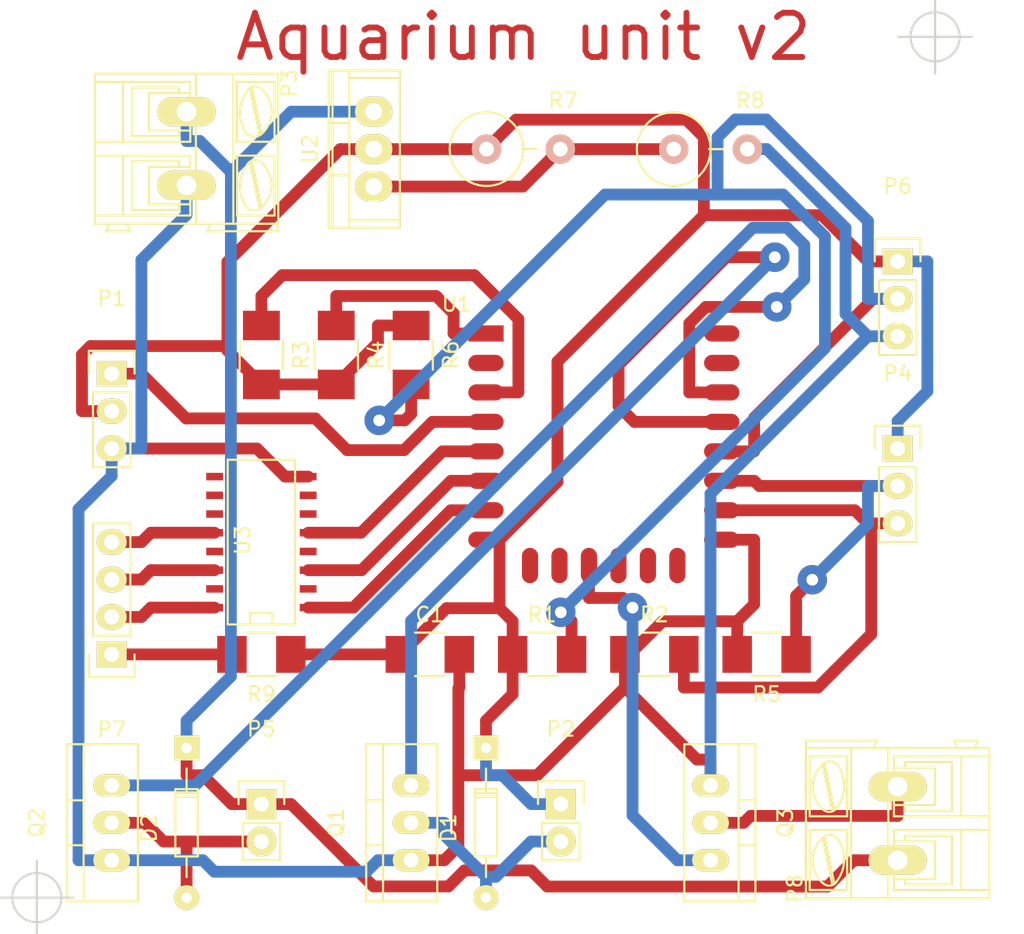
<source format=kicad_pcb>
(kicad_pcb (version 4) (host pcbnew 4.0.1-stable)

  (general
    (links 55)
    (no_connects 0)
    (area 15.28 20.16 85.322 83.78)
    (thickness 1.6)
    (drawings 3)
    (tracks 228)
    (zones 0)
    (modules 26)
    (nets 41)
  )

  (page A4)
  (layers
    (0 F.Cu signal)
    (31 B.Cu signal)
    (32 B.Adhes user)
    (33 F.Adhes user)
    (34 B.Paste user)
    (35 F.Paste user)
    (36 B.SilkS user)
    (37 F.SilkS user)
    (38 B.Mask user)
    (39 F.Mask user)
    (40 Dwgs.User user)
    (41 Cmts.User user)
    (42 Eco1.User user)
    (43 Eco2.User user)
    (44 Edge.Cuts user)
    (45 Margin user)
    (46 B.CrtYd user)
    (47 F.CrtYd user)
    (48 B.Fab user)
    (49 F.Fab user)
  )

  (setup
    (last_trace_width 0.8)
    (trace_clearance 0.6)
    (zone_clearance 0.508)
    (zone_45_only no)
    (trace_min 0.6)
    (segment_width 0.2)
    (edge_width 0.15)
    (via_size 2)
    (via_drill 0.8)
    (via_min_size 1.2)
    (via_min_drill 0.8)
    (uvia_size 0.3)
    (uvia_drill 0.1)
    (uvias_allowed no)
    (uvia_min_size 0.2)
    (uvia_min_drill 0.1)
    (pcb_text_width 0.3)
    (pcb_text_size 1.5 1.5)
    (mod_edge_width 0.15)
    (mod_text_size 1 1)
    (mod_text_width 0.15)
    (pad_size 1.524 1.524)
    (pad_drill 0.762)
    (pad_to_mask_clearance 0.2)
    (aux_axis_origin 0 0)
    (visible_elements FFFFFF7F)
    (pcbplotparams
      (layerselection 0x00000_80000001)
      (usegerberextensions false)
      (excludeedgelayer false)
      (linewidth 0.200000)
      (plotframeref false)
      (viasonmask false)
      (mode 1)
      (useauxorigin false)
      (hpglpennumber 1)
      (hpglpenspeed 20)
      (hpglpendiameter 15)
      (hpglpenoverlay 2)
      (psnegative false)
      (psa4output false)
      (plotreference false)
      (plotvalue false)
      (plotinvisibletext false)
      (padsonsilk false)
      (subtractmaskfromsilk false)
      (outputformat 5)
      (mirror false)
      (drillshape 0)
      (scaleselection 1)
      (outputdirectory ""))
  )

  (net 0 "")
  (net 1 +3V3)
  (net 2 GND)
  (net 3 /RX)
  (net 4 /TX)
  (net 5 /RST)
  (net 6 /D15)
  (net 7 "Net-(R3-Pad1)")
  (net 8 /D0)
  (net 9 /D16)
  (net 10 "Net-(U1-Pad9)")
  (net 11 "Net-(U1-Pad10)")
  (net 12 /D9)
  (net 13 /D10)
  (net 14 "Net-(U1-Pad13)")
  (net 15 "Net-(U1-Pad14)")
  (net 16 /ADC)
  (net 17 /D14)
  (net 18 /D12)
  (net 19 /D13)
  (net 20 /D2)
  (net 21 /D4)
  (net 22 /D5)
  (net 23 "Net-(D1-Pad2)")
  (net 24 "Net-(D2-Pad2)")
  (net 25 +12V)
  (net 26 "Net-(P7-Pad1)")
  (net 27 "Net-(P7-Pad2)")
  (net 28 "Net-(P7-Pad3)")
  (net 29 "Net-(P7-Pad4)")
  (net 30 "Net-(P8-Pad2)")
  (net 31 "Net-(R7-Pad2)")
  (net 32 "Net-(U3-Pad13)")
  (net 33 "Net-(U3-Pad11)")
  (net 34 "Net-(U3-Pad10)")
  (net 35 "Net-(U3-Pad9)")
  (net 36 "Net-(U3-Pad7)")
  (net 37 "Net-(U3-Pad6)")
  (net 38 "Net-(U3-Pad4)")
  (net 39 "Net-(U3-Pad2)")
  (net 40 "Net-(U3-Pad15)")

  (net_class Default "This is the default net class."
    (clearance 0.6)
    (trace_width 0.8)
    (via_dia 2)
    (via_drill 0.8)
    (uvia_dia 0.3)
    (uvia_drill 0.1)
    (add_net +12V)
    (add_net +3V3)
    (add_net /ADC)
    (add_net /D0)
    (add_net /D10)
    (add_net /D12)
    (add_net /D13)
    (add_net /D14)
    (add_net /D15)
    (add_net /D16)
    (add_net /D2)
    (add_net /D4)
    (add_net /D5)
    (add_net /D9)
    (add_net /RST)
    (add_net /RX)
    (add_net /TX)
    (add_net GND)
    (add_net "Net-(D1-Pad2)")
    (add_net "Net-(D2-Pad2)")
    (add_net "Net-(P7-Pad1)")
    (add_net "Net-(P7-Pad2)")
    (add_net "Net-(P7-Pad3)")
    (add_net "Net-(P7-Pad4)")
    (add_net "Net-(P8-Pad2)")
    (add_net "Net-(R3-Pad1)")
    (add_net "Net-(R7-Pad2)")
    (add_net "Net-(U1-Pad10)")
    (add_net "Net-(U1-Pad13)")
    (add_net "Net-(U1-Pad14)")
    (add_net "Net-(U1-Pad9)")
    (add_net "Net-(U3-Pad10)")
    (add_net "Net-(U3-Pad11)")
    (add_net "Net-(U3-Pad13)")
    (add_net "Net-(U3-Pad15)")
    (add_net "Net-(U3-Pad2)")
    (add_net "Net-(U3-Pad4)")
    (add_net "Net-(U3-Pad6)")
    (add_net "Net-(U3-Pad7)")
    (add_net "Net-(U3-Pad9)")
  )

  (module Capacitors_SMD:C_1210_HandSoldering (layer F.Cu) (tedit 541A9C39) (tstamp 57545C59)
    (at 44.45 64.77)
    (descr "Capacitor SMD 1210, hand soldering")
    (tags "capacitor 1210")
    (path /574FF4DD)
    (attr smd)
    (fp_text reference C1 (at 0 -2.7) (layer F.SilkS)
      (effects (font (size 1 1) (thickness 0.15)))
    )
    (fp_text value 0.1uF (at 0 2.7) (layer F.Fab)
      (effects (font (size 1 1) (thickness 0.15)))
    )
    (fp_line (start -3.3 -1.6) (end 3.3 -1.6) (layer F.CrtYd) (width 0.05))
    (fp_line (start -3.3 1.6) (end 3.3 1.6) (layer F.CrtYd) (width 0.05))
    (fp_line (start -3.3 -1.6) (end -3.3 1.6) (layer F.CrtYd) (width 0.05))
    (fp_line (start 3.3 -1.6) (end 3.3 1.6) (layer F.CrtYd) (width 0.05))
    (fp_line (start 1 -1.475) (end -1 -1.475) (layer F.SilkS) (width 0.15))
    (fp_line (start -1 1.475) (end 1 1.475) (layer F.SilkS) (width 0.15))
    (pad 1 smd rect (at -2 0) (size 2 2.5) (layers F.Cu F.Paste F.Mask)
      (net 1 +3V3))
    (pad 2 smd rect (at 2 0) (size 2 2.5) (layers F.Cu F.Paste F.Mask)
      (net 2 GND))
    (model Capacitors_SMD.3dshapes/C_1210_HandSoldering.wrl
      (at (xyz 0 0 0))
      (scale (xyz 1 1 1))
      (rotate (xyz 0 0 0))
    )
  )

  (module Resistors_SMD:R_1210_HandSoldering (layer F.Cu) (tedit 5418A32D) (tstamp 57545C68)
    (at 52.07 64.77)
    (descr "Resistor SMD 1210, hand soldering")
    (tags "resistor 1210")
    (path /57541E0C)
    (attr smd)
    (fp_text reference R1 (at 0 -2.7) (layer F.SilkS)
      (effects (font (size 1 1) (thickness 0.15)))
    )
    (fp_text value 10K (at 0 2.7) (layer F.Fab)
      (effects (font (size 1 1) (thickness 0.15)))
    )
    (fp_line (start -3.3 -1.6) (end 3.3 -1.6) (layer F.CrtYd) (width 0.05))
    (fp_line (start -3.3 1.6) (end 3.3 1.6) (layer F.CrtYd) (width 0.05))
    (fp_line (start -3.3 -1.6) (end -3.3 1.6) (layer F.CrtYd) (width 0.05))
    (fp_line (start 3.3 -1.6) (end 3.3 1.6) (layer F.CrtYd) (width 0.05))
    (fp_line (start 1 1.475) (end -1 1.475) (layer F.SilkS) (width 0.15))
    (fp_line (start -1 -1.475) (end 1 -1.475) (layer F.SilkS) (width 0.15))
    (pad 1 smd rect (at -2 0) (size 2 2.5) (layers F.Cu F.Paste F.Mask)
      (net 1 +3V3))
    (pad 2 smd rect (at 2 0) (size 2 2.5) (layers F.Cu F.Paste F.Mask)
      (net 8 /D0))
    (model Resistors_SMD.3dshapes/R_1210_HandSoldering.wrl
      (at (xyz 0 0 0))
      (scale (xyz 1 1 1))
      (rotate (xyz 0 0 0))
    )
  )

  (module Resistors_SMD:R_1210_HandSoldering (layer F.Cu) (tedit 5418A32D) (tstamp 57545C6E)
    (at 59.69 64.77)
    (descr "Resistor SMD 1210, hand soldering")
    (tags "resistor 1210")
    (path /574FED0D)
    (attr smd)
    (fp_text reference R2 (at 0 -2.7) (layer F.SilkS)
      (effects (font (size 1 1) (thickness 0.15)))
    )
    (fp_text value 10K (at 0 2.7) (layer F.Fab)
      (effects (font (size 1 1) (thickness 0.15)))
    )
    (fp_line (start -3.3 -1.6) (end 3.3 -1.6) (layer F.CrtYd) (width 0.05))
    (fp_line (start -3.3 1.6) (end 3.3 1.6) (layer F.CrtYd) (width 0.05))
    (fp_line (start -3.3 -1.6) (end -3.3 1.6) (layer F.CrtYd) (width 0.05))
    (fp_line (start 3.3 -1.6) (end 3.3 1.6) (layer F.CrtYd) (width 0.05))
    (fp_line (start 1 1.475) (end -1 1.475) (layer F.SilkS) (width 0.15))
    (fp_line (start -1 -1.475) (end 1 -1.475) (layer F.SilkS) (width 0.15))
    (pad 1 smd rect (at -2 0) (size 2 2.5) (layers F.Cu F.Paste F.Mask)
      (net 2 GND))
    (pad 2 smd rect (at 2 0) (size 2 2.5) (layers F.Cu F.Paste F.Mask)
      (net 6 /D15))
    (model Resistors_SMD.3dshapes/R_1210_HandSoldering.wrl
      (at (xyz 0 0 0))
      (scale (xyz 1 1 1))
      (rotate (xyz 0 0 0))
    )
  )

  (module Resistors_SMD:R_1210_HandSoldering (layer F.Cu) (tedit 5418A32D) (tstamp 57545C74)
    (at 33.02 44.45 270)
    (descr "Resistor SMD 1210, hand soldering")
    (tags "resistor 1210")
    (path /574FF0CF)
    (attr smd)
    (fp_text reference R3 (at 0 -2.7 270) (layer F.SilkS)
      (effects (font (size 1 1) (thickness 0.15)))
    )
    (fp_text value 10K (at 0 2.7 270) (layer F.Fab)
      (effects (font (size 1 1) (thickness 0.15)))
    )
    (fp_line (start -3.3 -1.6) (end 3.3 -1.6) (layer F.CrtYd) (width 0.05))
    (fp_line (start -3.3 1.6) (end 3.3 1.6) (layer F.CrtYd) (width 0.05))
    (fp_line (start -3.3 -1.6) (end -3.3 1.6) (layer F.CrtYd) (width 0.05))
    (fp_line (start 3.3 -1.6) (end 3.3 1.6) (layer F.CrtYd) (width 0.05))
    (fp_line (start 1 1.475) (end -1 1.475) (layer F.SilkS) (width 0.15))
    (fp_line (start -1 -1.475) (end 1 -1.475) (layer F.SilkS) (width 0.15))
    (pad 1 smd rect (at -2 0 270) (size 2 2.5) (layers F.Cu F.Paste F.Mask)
      (net 7 "Net-(R3-Pad1)"))
    (pad 2 smd rect (at 2 0 270) (size 2 2.5) (layers F.Cu F.Paste F.Mask)
      (net 1 +3V3))
    (model Resistors_SMD.3dshapes/R_1210_HandSoldering.wrl
      (at (xyz 0 0 0))
      (scale (xyz 1 1 1))
      (rotate (xyz 0 0 0))
    )
  )

  (module Resistors_SMD:R_1210_HandSoldering (layer F.Cu) (tedit 5418A32D) (tstamp 57545C7A)
    (at 38.1 44.45 270)
    (descr "Resistor SMD 1210, hand soldering")
    (tags "resistor 1210")
    (path /574FF0FB)
    (attr smd)
    (fp_text reference R4 (at 0 -2.7 270) (layer F.SilkS)
      (effects (font (size 1 1) (thickness 0.15)))
    )
    (fp_text value 10K (at 0 2.7 270) (layer F.Fab)
      (effects (font (size 1 1) (thickness 0.15)))
    )
    (fp_line (start -3.3 -1.6) (end 3.3 -1.6) (layer F.CrtYd) (width 0.05))
    (fp_line (start -3.3 1.6) (end 3.3 1.6) (layer F.CrtYd) (width 0.05))
    (fp_line (start -3.3 -1.6) (end -3.3 1.6) (layer F.CrtYd) (width 0.05))
    (fp_line (start 3.3 -1.6) (end 3.3 1.6) (layer F.CrtYd) (width 0.05))
    (fp_line (start 1 1.475) (end -1 1.475) (layer F.SilkS) (width 0.15))
    (fp_line (start -1 -1.475) (end 1 -1.475) (layer F.SilkS) (width 0.15))
    (pad 1 smd rect (at -2 0 270) (size 2 2.5) (layers F.Cu F.Paste F.Mask)
      (net 5 /RST))
    (pad 2 smd rect (at 2 0 270) (size 2 2.5) (layers F.Cu F.Paste F.Mask)
      (net 1 +3V3))
    (model Resistors_SMD.3dshapes/R_1210_HandSoldering.wrl
      (at (xyz 0 0 0))
      (scale (xyz 1 1 1))
      (rotate (xyz 0 0 0))
    )
  )

  (module Resistors_SMD:R_1210_HandSoldering (layer F.Cu) (tedit 5418A32D) (tstamp 57545C80)
    (at 67.31 64.77 180)
    (descr "Resistor SMD 1210, hand soldering")
    (tags "resistor 1210")
    (path /575481ED)
    (attr smd)
    (fp_text reference R5 (at 0 -2.7 180) (layer F.SilkS)
      (effects (font (size 1 1) (thickness 0.15)))
    )
    (fp_text value 10K (at 0 2.7 180) (layer F.Fab)
      (effects (font (size 1 1) (thickness 0.15)))
    )
    (fp_line (start -3.3 -1.6) (end 3.3 -1.6) (layer F.CrtYd) (width 0.05))
    (fp_line (start -3.3 1.6) (end 3.3 1.6) (layer F.CrtYd) (width 0.05))
    (fp_line (start -3.3 -1.6) (end -3.3 1.6) (layer F.CrtYd) (width 0.05))
    (fp_line (start 3.3 -1.6) (end 3.3 1.6) (layer F.CrtYd) (width 0.05))
    (fp_line (start 1 1.475) (end -1 1.475) (layer F.SilkS) (width 0.15))
    (fp_line (start -1 -1.475) (end 1 -1.475) (layer F.SilkS) (width 0.15))
    (pad 1 smd rect (at -2 0 180) (size 2 2.5) (layers F.Cu F.Paste F.Mask)
      (net 20 /D2))
    (pad 2 smd rect (at 2 0 180) (size 2 2.5) (layers F.Cu F.Paste F.Mask)
      (net 2 GND))
    (model Resistors_SMD.3dshapes/R_1210_HandSoldering.wrl
      (at (xyz 0 0 0))
      (scale (xyz 1 1 1))
      (rotate (xyz 0 0 0))
    )
  )

  (module Resistors_SMD:R_1210_HandSoldering (layer F.Cu) (tedit 5418A32D) (tstamp 57545C86)
    (at 43.18 44.45 270)
    (descr "Resistor SMD 1210, hand soldering")
    (tags "resistor 1210")
    (path /575538C7)
    (attr smd)
    (fp_text reference R6 (at 0 -2.7 270) (layer F.SilkS)
      (effects (font (size 1 1) (thickness 0.15)))
    )
    (fp_text value 4.7K (at 0 2.7 270) (layer F.Fab)
      (effects (font (size 1 1) (thickness 0.15)))
    )
    (fp_line (start -3.3 -1.6) (end 3.3 -1.6) (layer F.CrtYd) (width 0.05))
    (fp_line (start -3.3 1.6) (end 3.3 1.6) (layer F.CrtYd) (width 0.05))
    (fp_line (start -3.3 -1.6) (end -3.3 1.6) (layer F.CrtYd) (width 0.05))
    (fp_line (start 3.3 -1.6) (end 3.3 1.6) (layer F.CrtYd) (width 0.05))
    (fp_line (start 1 1.475) (end -1 1.475) (layer F.SilkS) (width 0.15))
    (fp_line (start -1 -1.475) (end 1 -1.475) (layer F.SilkS) (width 0.15))
    (pad 1 smd rect (at -2 0 270) (size 2 2.5) (layers F.Cu F.Paste F.Mask)
      (net 1 +3V3))
    (pad 2 smd rect (at 2 0 270) (size 2 2.5) (layers F.Cu F.Paste F.Mask)
      (net 8 /D0))
    (model Resistors_SMD.3dshapes/R_1210_HandSoldering.wrl
      (at (xyz 0 0 0))
      (scale (xyz 1 1 1))
      (rotate (xyz 0 0 0))
    )
  )

  (module ESP8266:ESP-12E (layer F.Cu) (tedit 559F8D21) (tstamp 57545CA0)
    (at 48.26 42.99)
    (descr "Module, ESP-8266, ESP-12, 16 pad, SMD")
    (tags "Module ESP-8266 ESP8266")
    (path /574FE884)
    (fp_text reference U1 (at -2 -2) (layer F.SilkS)
      (effects (font (size 1 1) (thickness 0.15)))
    )
    (fp_text value ESP-12E (at 8 1) (layer F.Fab)
      (effects (font (size 1 1) (thickness 0.15)))
    )
    (fp_line (start 16 -8.4) (end 0 -2.6) (layer F.CrtYd) (width 0.1524))
    (fp_line (start 0 -8.4) (end 16 -2.6) (layer F.CrtYd) (width 0.1524))
    (fp_text user "No Copper" (at 7.9 -5.4) (layer F.CrtYd)
      (effects (font (size 1 1) (thickness 0.15)))
    )
    (fp_line (start 0 -8.4) (end 0 -2.6) (layer F.CrtYd) (width 0.1524))
    (fp_line (start 0 -2.6) (end 16 -2.6) (layer F.CrtYd) (width 0.1524))
    (fp_line (start 16 -2.6) (end 16 -8.4) (layer F.CrtYd) (width 0.1524))
    (fp_line (start 16 -8.4) (end 0 -8.4) (layer F.CrtYd) (width 0.1524))
    (fp_line (start 16 -8.4) (end 16 15.6) (layer F.Fab) (width 0.1524))
    (fp_line (start 16 15.6) (end 0 15.6) (layer F.Fab) (width 0.1524))
    (fp_line (start 0 15.6) (end 0 -8.4) (layer F.Fab) (width 0.1524))
    (fp_line (start 0 -8.4) (end 16 -8.4) (layer F.Fab) (width 0.1524))
    (pad 9 smd oval (at 2.99 15.75 90) (size 2.4 1.1) (layers F.Cu F.Paste F.Mask)
      (net 10 "Net-(U1-Pad9)"))
    (pad 10 smd oval (at 4.99 15.75 90) (size 2.4 1.1) (layers F.Cu F.Paste F.Mask)
      (net 11 "Net-(U1-Pad10)"))
    (pad 11 smd oval (at 6.99 15.75 90) (size 2.4 1.1) (layers F.Cu F.Paste F.Mask)
      (net 12 /D9))
    (pad 12 smd oval (at 8.99 15.75 90) (size 2.4 1.1) (layers F.Cu F.Paste F.Mask)
      (net 13 /D10))
    (pad 13 smd oval (at 10.99 15.75 90) (size 2.4 1.1) (layers F.Cu F.Paste F.Mask)
      (net 14 "Net-(U1-Pad13)"))
    (pad 14 smd oval (at 12.99 15.75 90) (size 2.4 1.1) (layers F.Cu F.Paste F.Mask)
      (net 15 "Net-(U1-Pad14)"))
    (pad 1 smd rect (at 0 0) (size 2.4 1.1) (layers F.Cu F.Paste F.Mask)
      (net 5 /RST))
    (pad 2 smd oval (at 0 2) (size 2.4 1.1) (layers F.Cu F.Paste F.Mask)
      (net 16 /ADC))
    (pad 3 smd oval (at 0 4) (size 2.4 1.1) (layers F.Cu F.Paste F.Mask)
      (net 7 "Net-(R3-Pad1)"))
    (pad 4 smd oval (at 0 6) (size 2.4 1.1) (layers F.Cu F.Paste F.Mask)
      (net 9 /D16))
    (pad 5 smd oval (at 0 8) (size 2.4 1.1) (layers F.Cu F.Paste F.Mask)
      (net 17 /D14))
    (pad 6 smd oval (at 0 10) (size 2.4 1.1) (layers F.Cu F.Paste F.Mask)
      (net 18 /D12))
    (pad 7 smd oval (at 0 12) (size 2.4 1.1) (layers F.Cu F.Paste F.Mask)
      (net 19 /D13))
    (pad 8 smd oval (at 0 14) (size 2.4 1.1) (layers F.Cu F.Paste F.Mask)
      (net 1 +3V3))
    (pad 15 smd oval (at 16 14) (size 2.4 1.1) (layers F.Cu F.Paste F.Mask)
      (net 2 GND))
    (pad 16 smd oval (at 16 12) (size 2.4 1.1) (layers F.Cu F.Paste F.Mask)
      (net 6 /D15))
    (pad 17 smd oval (at 16 10) (size 2.4 1.1) (layers F.Cu F.Paste F.Mask)
      (net 20 /D2))
    (pad 18 smd oval (at 16 8) (size 2.4 1.1) (layers F.Cu F.Paste F.Mask)
      (net 8 /D0))
    (pad 19 smd oval (at 16 6) (size 2.4 1.1) (layers F.Cu F.Paste F.Mask)
      (net 21 /D4))
    (pad 20 smd oval (at 16 4) (size 2.4 1.1) (layers F.Cu F.Paste F.Mask)
      (net 22 /D5))
    (pad 21 smd oval (at 16 2) (size 2.4 1.1) (layers F.Cu F.Paste F.Mask)
      (net 4 /TX))
    (pad 22 smd oval (at 16 0) (size 2.4 1.1) (layers F.Cu F.Paste F.Mask)
      (net 3 /RX))
    (model ${ESPLIB}/ESP8266.3dshapes/ESP-12.wrl
      (at (xyz 0.04 0 0))
      (scale (xyz 0.3937 0.3937 0.3937))
      (rotate (xyz 0 0 0))
    )
  )

  (module Diodes_ThroughHole:Diode_DO-35_SOD27_Horizontal_RM10 (layer F.Cu) (tedit 552FFC30) (tstamp 57553B72)
    (at 48.26 71.12 270)
    (descr "Diode, DO-35,  SOD27, Horizontal, RM 10mm")
    (tags "Diode, DO-35, SOD27, Horizontal, RM 10mm, 1N4148,")
    (path /57548B63)
    (fp_text reference D1 (at 5.43052 2.53746 270) (layer F.SilkS)
      (effects (font (size 1 1) (thickness 0.15)))
    )
    (fp_text value D (at 4.41452 -3.55854 270) (layer F.Fab)
      (effects (font (size 1 1) (thickness 0.15)))
    )
    (fp_line (start 7.36652 -0.00254) (end 8.76352 -0.00254) (layer F.SilkS) (width 0.15))
    (fp_line (start 2.92152 -0.00254) (end 1.39752 -0.00254) (layer F.SilkS) (width 0.15))
    (fp_line (start 3.30252 -0.76454) (end 3.30252 0.75946) (layer F.SilkS) (width 0.15))
    (fp_line (start 3.04852 -0.76454) (end 3.04852 0.75946) (layer F.SilkS) (width 0.15))
    (fp_line (start 2.79452 -0.00254) (end 2.79452 0.75946) (layer F.SilkS) (width 0.15))
    (fp_line (start 2.79452 0.75946) (end 7.36652 0.75946) (layer F.SilkS) (width 0.15))
    (fp_line (start 7.36652 0.75946) (end 7.36652 -0.76454) (layer F.SilkS) (width 0.15))
    (fp_line (start 7.36652 -0.76454) (end 2.79452 -0.76454) (layer F.SilkS) (width 0.15))
    (fp_line (start 2.79452 -0.76454) (end 2.79452 -0.00254) (layer F.SilkS) (width 0.15))
    (pad 2 thru_hole circle (at 10.16052 -0.00254 90) (size 1.69926 1.69926) (drill 0.70104) (layers *.Cu *.Mask F.SilkS)
      (net 23 "Net-(D1-Pad2)"))
    (pad 1 thru_hole rect (at 0.00052 -0.00254 90) (size 1.69926 1.69926) (drill 0.70104) (layers *.Cu *.Mask F.SilkS)
      (net 1 +3V3))
    (model Diodes_ThroughHole.3dshapes/Diode_DO-35_SOD27_Horizontal_RM10.wrl
      (at (xyz 0.2 0 0))
      (scale (xyz 0.4 0.4 0.4))
      (rotate (xyz 0 0 180))
    )
  )

  (module Diodes_ThroughHole:Diode_DO-35_SOD27_Horizontal_RM10 (layer F.Cu) (tedit 552FFC30) (tstamp 57553B78)
    (at 27.94 71.12 270)
    (descr "Diode, DO-35,  SOD27, Horizontal, RM 10mm")
    (tags "Diode, DO-35, SOD27, Horizontal, RM 10mm, 1N4148,")
    (path /5754928B)
    (fp_text reference D2 (at 5.43052 2.53746 270) (layer F.SilkS)
      (effects (font (size 1 1) (thickness 0.15)))
    )
    (fp_text value D (at 4.41452 -3.55854 270) (layer F.Fab)
      (effects (font (size 1 1) (thickness 0.15)))
    )
    (fp_line (start 7.36652 -0.00254) (end 8.76352 -0.00254) (layer F.SilkS) (width 0.15))
    (fp_line (start 2.92152 -0.00254) (end 1.39752 -0.00254) (layer F.SilkS) (width 0.15))
    (fp_line (start 3.30252 -0.76454) (end 3.30252 0.75946) (layer F.SilkS) (width 0.15))
    (fp_line (start 3.04852 -0.76454) (end 3.04852 0.75946) (layer F.SilkS) (width 0.15))
    (fp_line (start 2.79452 -0.00254) (end 2.79452 0.75946) (layer F.SilkS) (width 0.15))
    (fp_line (start 2.79452 0.75946) (end 7.36652 0.75946) (layer F.SilkS) (width 0.15))
    (fp_line (start 7.36652 0.75946) (end 7.36652 -0.76454) (layer F.SilkS) (width 0.15))
    (fp_line (start 7.36652 -0.76454) (end 2.79452 -0.76454) (layer F.SilkS) (width 0.15))
    (fp_line (start 2.79452 -0.76454) (end 2.79452 -0.00254) (layer F.SilkS) (width 0.15))
    (pad 2 thru_hole circle (at 10.16052 -0.00254 90) (size 1.69926 1.69926) (drill 0.70104) (layers *.Cu *.Mask F.SilkS)
      (net 24 "Net-(D2-Pad2)"))
    (pad 1 thru_hole rect (at 0.00052 -0.00254 90) (size 1.69926 1.69926) (drill 0.70104) (layers *.Cu *.Mask F.SilkS)
      (net 25 +12V))
    (model Diodes_ThroughHole.3dshapes/Diode_DO-35_SOD27_Horizontal_RM10.wrl
      (at (xyz 0.2 0 0))
      (scale (xyz 0.4 0.4 0.4))
      (rotate (xyz 0 0 180))
    )
  )

  (module Pin_Headers:Pin_Header_Straight_1x03 (layer F.Cu) (tedit 0) (tstamp 57553B79)
    (at 22.86 45.72)
    (descr "Through hole pin header")
    (tags "pin header")
    (path /57547CAD)
    (fp_text reference P1 (at 0 -5.1) (layer F.SilkS)
      (effects (font (size 1 1) (thickness 0.15)))
    )
    (fp_text value SERVO (at 0 -3.1) (layer F.Fab)
      (effects (font (size 1 1) (thickness 0.15)))
    )
    (fp_line (start -1.75 -1.75) (end -1.75 6.85) (layer F.CrtYd) (width 0.05))
    (fp_line (start 1.75 -1.75) (end 1.75 6.85) (layer F.CrtYd) (width 0.05))
    (fp_line (start -1.75 -1.75) (end 1.75 -1.75) (layer F.CrtYd) (width 0.05))
    (fp_line (start -1.75 6.85) (end 1.75 6.85) (layer F.CrtYd) (width 0.05))
    (fp_line (start -1.27 1.27) (end -1.27 6.35) (layer F.SilkS) (width 0.15))
    (fp_line (start -1.27 6.35) (end 1.27 6.35) (layer F.SilkS) (width 0.15))
    (fp_line (start 1.27 6.35) (end 1.27 1.27) (layer F.SilkS) (width 0.15))
    (fp_line (start 1.55 -1.55) (end 1.55 0) (layer F.SilkS) (width 0.15))
    (fp_line (start 1.27 1.27) (end -1.27 1.27) (layer F.SilkS) (width 0.15))
    (fp_line (start -1.55 0) (end -1.55 -1.55) (layer F.SilkS) (width 0.15))
    (fp_line (start -1.55 -1.55) (end 1.55 -1.55) (layer F.SilkS) (width 0.15))
    (pad 1 thru_hole rect (at 0 0) (size 2.032 1.7272) (drill 1.016) (layers *.Cu *.Mask F.SilkS)
      (net 9 /D16))
    (pad 2 thru_hole oval (at 0 2.54) (size 2.032 1.7272) (drill 1.016) (layers *.Cu *.Mask F.SilkS)
      (net 1 +3V3))
    (pad 3 thru_hole oval (at 0 5.08) (size 2.032 1.7272) (drill 1.016) (layers *.Cu *.Mask F.SilkS)
      (net 2 GND))
    (model Pin_Headers.3dshapes/Pin_Header_Straight_1x03.wrl
      (at (xyz 0 -0.1 0))
      (scale (xyz 1 1 1))
      (rotate (xyz 0 0 90))
    )
  )

  (module Pin_Headers:Pin_Header_Straight_1x02 (layer F.Cu) (tedit 54EA090C) (tstamp 57553B84)
    (at 53.34 74.93)
    (descr "Through hole pin header")
    (tags "pin header")
    (path /5754874B)
    (fp_text reference P2 (at 0 -5.1) (layer F.SilkS)
      (effects (font (size 1 1) (thickness 0.15)))
    )
    (fp_text value PUMP (at 0 -3.1) (layer F.Fab)
      (effects (font (size 1 1) (thickness 0.15)))
    )
    (fp_line (start 1.27 1.27) (end 1.27 3.81) (layer F.SilkS) (width 0.15))
    (fp_line (start 1.55 -1.55) (end 1.55 0) (layer F.SilkS) (width 0.15))
    (fp_line (start -1.75 -1.75) (end -1.75 4.3) (layer F.CrtYd) (width 0.05))
    (fp_line (start 1.75 -1.75) (end 1.75 4.3) (layer F.CrtYd) (width 0.05))
    (fp_line (start -1.75 -1.75) (end 1.75 -1.75) (layer F.CrtYd) (width 0.05))
    (fp_line (start -1.75 4.3) (end 1.75 4.3) (layer F.CrtYd) (width 0.05))
    (fp_line (start 1.27 1.27) (end -1.27 1.27) (layer F.SilkS) (width 0.15))
    (fp_line (start -1.55 0) (end -1.55 -1.55) (layer F.SilkS) (width 0.15))
    (fp_line (start -1.55 -1.55) (end 1.55 -1.55) (layer F.SilkS) (width 0.15))
    (fp_line (start -1.27 1.27) (end -1.27 3.81) (layer F.SilkS) (width 0.15))
    (fp_line (start -1.27 3.81) (end 1.27 3.81) (layer F.SilkS) (width 0.15))
    (pad 1 thru_hole rect (at 0 0) (size 2.032 2.032) (drill 1.016) (layers *.Cu *.Mask F.SilkS)
      (net 1 +3V3))
    (pad 2 thru_hole oval (at 0 2.54) (size 2.032 2.032) (drill 1.016) (layers *.Cu *.Mask F.SilkS)
      (net 23 "Net-(D1-Pad2)"))
    (model Pin_Headers.3dshapes/Pin_Header_Straight_1x02.wrl
      (at (xyz 0 -0.05 0))
      (scale (xyz 1 1 1))
      (rotate (xyz 0 0 90))
    )
  )

  (module Pin_Headers:Pin_Header_Straight_1x03 (layer F.Cu) (tedit 0) (tstamp 57553B91)
    (at 76.2 50.8)
    (descr "Through hole pin header")
    (tags "pin header")
    (path /57547F49)
    (fp_text reference P4 (at 0 -5.1) (layer F.SilkS)
      (effects (font (size 1 1) (thickness 0.15)))
    )
    (fp_text value BUTTONS (at 0 -3.1) (layer F.Fab)
      (effects (font (size 1 1) (thickness 0.15)))
    )
    (fp_line (start -1.75 -1.75) (end -1.75 6.85) (layer F.CrtYd) (width 0.05))
    (fp_line (start 1.75 -1.75) (end 1.75 6.85) (layer F.CrtYd) (width 0.05))
    (fp_line (start -1.75 -1.75) (end 1.75 -1.75) (layer F.CrtYd) (width 0.05))
    (fp_line (start -1.75 6.85) (end 1.75 6.85) (layer F.CrtYd) (width 0.05))
    (fp_line (start -1.27 1.27) (end -1.27 6.35) (layer F.SilkS) (width 0.15))
    (fp_line (start -1.27 6.35) (end 1.27 6.35) (layer F.SilkS) (width 0.15))
    (fp_line (start 1.27 6.35) (end 1.27 1.27) (layer F.SilkS) (width 0.15))
    (fp_line (start 1.55 -1.55) (end 1.55 0) (layer F.SilkS) (width 0.15))
    (fp_line (start 1.27 1.27) (end -1.27 1.27) (layer F.SilkS) (width 0.15))
    (fp_line (start -1.55 0) (end -1.55 -1.55) (layer F.SilkS) (width 0.15))
    (fp_line (start -1.55 -1.55) (end 1.55 -1.55) (layer F.SilkS) (width 0.15))
    (pad 1 thru_hole rect (at 0 0) (size 2.032 1.7272) (drill 1.016) (layers *.Cu *.Mask F.SilkS)
      (net 1 +3V3))
    (pad 2 thru_hole oval (at 0 2.54) (size 2.032 1.7272) (drill 1.016) (layers *.Cu *.Mask F.SilkS)
      (net 20 /D2))
    (pad 3 thru_hole oval (at 0 5.08) (size 2.032 1.7272) (drill 1.016) (layers *.Cu *.Mask F.SilkS)
      (net 6 /D15))
    (model Pin_Headers.3dshapes/Pin_Header_Straight_1x03.wrl
      (at (xyz 0 -0.1 0))
      (scale (xyz 1 1 1))
      (rotate (xyz 0 0 90))
    )
  )

  (module Pin_Headers:Pin_Header_Straight_1x02 (layer F.Cu) (tedit 54EA090C) (tstamp 57553B97)
    (at 33.02 74.93)
    (descr "Through hole pin header")
    (tags "pin header")
    (path /5754927F)
    (fp_text reference P5 (at 0 -5.1) (layer F.SilkS)
      (effects (font (size 1 1) (thickness 0.15)))
    )
    (fp_text value FAN (at 0 -3.1) (layer F.Fab)
      (effects (font (size 1 1) (thickness 0.15)))
    )
    (fp_line (start 1.27 1.27) (end 1.27 3.81) (layer F.SilkS) (width 0.15))
    (fp_line (start 1.55 -1.55) (end 1.55 0) (layer F.SilkS) (width 0.15))
    (fp_line (start -1.75 -1.75) (end -1.75 4.3) (layer F.CrtYd) (width 0.05))
    (fp_line (start 1.75 -1.75) (end 1.75 4.3) (layer F.CrtYd) (width 0.05))
    (fp_line (start -1.75 -1.75) (end 1.75 -1.75) (layer F.CrtYd) (width 0.05))
    (fp_line (start -1.75 4.3) (end 1.75 4.3) (layer F.CrtYd) (width 0.05))
    (fp_line (start 1.27 1.27) (end -1.27 1.27) (layer F.SilkS) (width 0.15))
    (fp_line (start -1.55 0) (end -1.55 -1.55) (layer F.SilkS) (width 0.15))
    (fp_line (start -1.55 -1.55) (end 1.55 -1.55) (layer F.SilkS) (width 0.15))
    (fp_line (start -1.27 1.27) (end -1.27 3.81) (layer F.SilkS) (width 0.15))
    (fp_line (start -1.27 3.81) (end 1.27 3.81) (layer F.SilkS) (width 0.15))
    (pad 1 thru_hole rect (at 0 0) (size 2.032 2.032) (drill 1.016) (layers *.Cu *.Mask F.SilkS)
      (net 25 +12V))
    (pad 2 thru_hole oval (at 0 2.54) (size 2.032 2.032) (drill 1.016) (layers *.Cu *.Mask F.SilkS)
      (net 24 "Net-(D2-Pad2)"))
    (model Pin_Headers.3dshapes/Pin_Header_Straight_1x02.wrl
      (at (xyz 0 -0.05 0))
      (scale (xyz 1 1 1))
      (rotate (xyz 0 0 90))
    )
  )

  (module Pin_Headers:Pin_Header_Straight_1x03 (layer F.Cu) (tedit 0) (tstamp 57553B9E)
    (at 76.2 38.1)
    (descr "Through hole pin header")
    (tags "pin header")
    (path /57548606)
    (fp_text reference P6 (at 0 -5.1) (layer F.SilkS)
      (effects (font (size 1 1) (thickness 0.15)))
    )
    (fp_text value DS (at 0 -3.1) (layer F.Fab)
      (effects (font (size 1 1) (thickness 0.15)))
    )
    (fp_line (start -1.75 -1.75) (end -1.75 6.85) (layer F.CrtYd) (width 0.05))
    (fp_line (start 1.75 -1.75) (end 1.75 6.85) (layer F.CrtYd) (width 0.05))
    (fp_line (start -1.75 -1.75) (end 1.75 -1.75) (layer F.CrtYd) (width 0.05))
    (fp_line (start -1.75 6.85) (end 1.75 6.85) (layer F.CrtYd) (width 0.05))
    (fp_line (start -1.27 1.27) (end -1.27 6.35) (layer F.SilkS) (width 0.15))
    (fp_line (start -1.27 6.35) (end 1.27 6.35) (layer F.SilkS) (width 0.15))
    (fp_line (start 1.27 6.35) (end 1.27 1.27) (layer F.SilkS) (width 0.15))
    (fp_line (start 1.55 -1.55) (end 1.55 0) (layer F.SilkS) (width 0.15))
    (fp_line (start 1.27 1.27) (end -1.27 1.27) (layer F.SilkS) (width 0.15))
    (fp_line (start -1.55 0) (end -1.55 -1.55) (layer F.SilkS) (width 0.15))
    (fp_line (start -1.55 -1.55) (end 1.55 -1.55) (layer F.SilkS) (width 0.15))
    (pad 1 thru_hole rect (at 0 0) (size 2.032 1.7272) (drill 1.016) (layers *.Cu *.Mask F.SilkS)
      (net 1 +3V3))
    (pad 2 thru_hole oval (at 0 2.54) (size 2.032 1.7272) (drill 1.016) (layers *.Cu *.Mask F.SilkS)
      (net 8 /D0))
    (pad 3 thru_hole oval (at 0 5.08) (size 2.032 1.7272) (drill 1.016) (layers *.Cu *.Mask F.SilkS)
      (net 2 GND))
    (model Pin_Headers.3dshapes/Pin_Header_Straight_1x03.wrl
      (at (xyz 0 -0.1 0))
      (scale (xyz 1 1 1))
      (rotate (xyz 0 0 90))
    )
  )

  (module Pin_Headers:Pin_Header_Straight_1x04 (layer F.Cu) (tedit 0) (tstamp 57553BA6)
    (at 22.86 64.77 180)
    (descr "Through hole pin header")
    (tags "pin header")
    (path /575495CE)
    (fp_text reference P7 (at 0 -5.1 180) (layer F.SilkS)
      (effects (font (size 1 1) (thickness 0.15)))
    )
    (fp_text value SUB_LEDS (at 0 -3.1 180) (layer F.Fab)
      (effects (font (size 1 1) (thickness 0.15)))
    )
    (fp_line (start -1.75 -1.75) (end -1.75 9.4) (layer F.CrtYd) (width 0.05))
    (fp_line (start 1.75 -1.75) (end 1.75 9.4) (layer F.CrtYd) (width 0.05))
    (fp_line (start -1.75 -1.75) (end 1.75 -1.75) (layer F.CrtYd) (width 0.05))
    (fp_line (start -1.75 9.4) (end 1.75 9.4) (layer F.CrtYd) (width 0.05))
    (fp_line (start -1.27 1.27) (end -1.27 8.89) (layer F.SilkS) (width 0.15))
    (fp_line (start 1.27 1.27) (end 1.27 8.89) (layer F.SilkS) (width 0.15))
    (fp_line (start 1.55 -1.55) (end 1.55 0) (layer F.SilkS) (width 0.15))
    (fp_line (start -1.27 8.89) (end 1.27 8.89) (layer F.SilkS) (width 0.15))
    (fp_line (start 1.27 1.27) (end -1.27 1.27) (layer F.SilkS) (width 0.15))
    (fp_line (start -1.55 0) (end -1.55 -1.55) (layer F.SilkS) (width 0.15))
    (fp_line (start -1.55 -1.55) (end 1.55 -1.55) (layer F.SilkS) (width 0.15))
    (pad 1 thru_hole rect (at 0 0 180) (size 2.032 1.7272) (drill 1.016) (layers *.Cu *.Mask F.SilkS)
      (net 26 "Net-(P7-Pad1)"))
    (pad 2 thru_hole oval (at 0 2.54 180) (size 2.032 1.7272) (drill 1.016) (layers *.Cu *.Mask F.SilkS)
      (net 27 "Net-(P7-Pad2)"))
    (pad 3 thru_hole oval (at 0 5.08 180) (size 2.032 1.7272) (drill 1.016) (layers *.Cu *.Mask F.SilkS)
      (net 28 "Net-(P7-Pad3)"))
    (pad 4 thru_hole oval (at 0 7.62 180) (size 2.032 1.7272) (drill 1.016) (layers *.Cu *.Mask F.SilkS)
      (net 29 "Net-(P7-Pad4)"))
    (model Pin_Headers.3dshapes/Pin_Header_Straight_1x04.wrl
      (at (xyz 0 -0.15 0))
      (scale (xyz 1 1 1))
      (rotate (xyz 0 0 90))
    )
  )

  (module TO_SOT_Packages_THT:TO-220_Neutral123_Vertical (layer F.Cu) (tedit 0) (tstamp 57553BB3)
    (at 43.18 76.2 90)
    (descr "TO-220, Neutral, Vertical,")
    (tags "TO-220, Neutral, Vertical,")
    (path /575488F6)
    (fp_text reference Q1 (at 0 -5.08 90) (layer F.SilkS)
      (effects (font (size 1 1) (thickness 0.15)))
    )
    (fp_text value PUMP_MOS (at 0 3.81 90) (layer F.Fab)
      (effects (font (size 1 1) (thickness 0.15)))
    )
    (fp_line (start -1.524 -3.048) (end -1.524 -1.905) (layer F.SilkS) (width 0.15))
    (fp_line (start 1.524 -3.048) (end 1.524 -1.905) (layer F.SilkS) (width 0.15))
    (fp_line (start 5.334 -1.905) (end 5.334 1.778) (layer F.SilkS) (width 0.15))
    (fp_line (start 5.334 1.778) (end -5.334 1.778) (layer F.SilkS) (width 0.15))
    (fp_line (start -5.334 1.778) (end -5.334 -1.905) (layer F.SilkS) (width 0.15))
    (fp_line (start 5.334 -3.048) (end 5.334 -1.905) (layer F.SilkS) (width 0.15))
    (fp_line (start 5.334 -1.905) (end -5.334 -1.905) (layer F.SilkS) (width 0.15))
    (fp_line (start -5.334 -1.905) (end -5.334 -3.048) (layer F.SilkS) (width 0.15))
    (fp_line (start 0 -3.048) (end -5.334 -3.048) (layer F.SilkS) (width 0.15))
    (fp_line (start 0 -3.048) (end 5.334 -3.048) (layer F.SilkS) (width 0.15))
    (pad 2 thru_hole oval (at 0 0 180) (size 2.49936 1.50114) (drill 1.00076) (layers *.Cu *.Mask F.SilkS)
      (net 23 "Net-(D1-Pad2)"))
    (pad 1 thru_hole oval (at -2.54 0 180) (size 2.49936 1.50114) (drill 1.00076) (layers *.Cu *.Mask F.SilkS)
      (net 2 GND))
    (pad 3 thru_hole oval (at 2.54 0 180) (size 2.49936 1.50114) (drill 1.00076) (layers *.Cu *.Mask F.SilkS)
      (net 21 /D4))
    (model TO_SOT_Packages_THT.3dshapes/TO-220_Neutral123_Vertical.wrl
      (at (xyz 0 0 0))
      (scale (xyz 0.3937 0.3937 0.3937))
      (rotate (xyz 0 0 0))
    )
  )

  (module TO_SOT_Packages_THT:TO-220_Neutral123_Vertical (layer F.Cu) (tedit 0) (tstamp 57553BBA)
    (at 22.86 76.2 90)
    (descr "TO-220, Neutral, Vertical,")
    (tags "TO-220, Neutral, Vertical,")
    (path /57549285)
    (fp_text reference Q2 (at 0 -5.08 90) (layer F.SilkS)
      (effects (font (size 1 1) (thickness 0.15)))
    )
    (fp_text value FAN_MOS (at 0 3.81 90) (layer F.Fab)
      (effects (font (size 1 1) (thickness 0.15)))
    )
    (fp_line (start -1.524 -3.048) (end -1.524 -1.905) (layer F.SilkS) (width 0.15))
    (fp_line (start 1.524 -3.048) (end 1.524 -1.905) (layer F.SilkS) (width 0.15))
    (fp_line (start 5.334 -1.905) (end 5.334 1.778) (layer F.SilkS) (width 0.15))
    (fp_line (start 5.334 1.778) (end -5.334 1.778) (layer F.SilkS) (width 0.15))
    (fp_line (start -5.334 1.778) (end -5.334 -1.905) (layer F.SilkS) (width 0.15))
    (fp_line (start 5.334 -3.048) (end 5.334 -1.905) (layer F.SilkS) (width 0.15))
    (fp_line (start 5.334 -1.905) (end -5.334 -1.905) (layer F.SilkS) (width 0.15))
    (fp_line (start -5.334 -1.905) (end -5.334 -3.048) (layer F.SilkS) (width 0.15))
    (fp_line (start 0 -3.048) (end -5.334 -3.048) (layer F.SilkS) (width 0.15))
    (fp_line (start 0 -3.048) (end 5.334 -3.048) (layer F.SilkS) (width 0.15))
    (pad 2 thru_hole oval (at 0 0 180) (size 2.49936 1.50114) (drill 1.00076) (layers *.Cu *.Mask F.SilkS)
      (net 24 "Net-(D2-Pad2)"))
    (pad 1 thru_hole oval (at -2.54 0 180) (size 2.49936 1.50114) (drill 1.00076) (layers *.Cu *.Mask F.SilkS)
      (net 2 GND))
    (pad 3 thru_hole oval (at 2.54 0 180) (size 2.49936 1.50114) (drill 1.00076) (layers *.Cu *.Mask F.SilkS)
      (net 22 /D5))
    (model TO_SOT_Packages_THT.3dshapes/TO-220_Neutral123_Vertical.wrl
      (at (xyz 0 0 0))
      (scale (xyz 0.3937 0.3937 0.3937))
      (rotate (xyz 0 0 0))
    )
  )

  (module TO_SOT_Packages_THT:TO-220_Neutral123_Vertical (layer F.Cu) (tedit 0) (tstamp 57553BC1)
    (at 63.5 76.2 270)
    (descr "TO-220, Neutral, Vertical,")
    (tags "TO-220, Neutral, Vertical,")
    (path /57555AD4)
    (fp_text reference Q3 (at 0 -5.08 270) (layer F.SilkS)
      (effects (font (size 1 1) (thickness 0.15)))
    )
    (fp_text value LED_MOS (at 0 3.81 270) (layer F.Fab)
      (effects (font (size 1 1) (thickness 0.15)))
    )
    (fp_line (start -1.524 -3.048) (end -1.524 -1.905) (layer F.SilkS) (width 0.15))
    (fp_line (start 1.524 -3.048) (end 1.524 -1.905) (layer F.SilkS) (width 0.15))
    (fp_line (start 5.334 -1.905) (end 5.334 1.778) (layer F.SilkS) (width 0.15))
    (fp_line (start 5.334 1.778) (end -5.334 1.778) (layer F.SilkS) (width 0.15))
    (fp_line (start -5.334 1.778) (end -5.334 -1.905) (layer F.SilkS) (width 0.15))
    (fp_line (start 5.334 -3.048) (end 5.334 -1.905) (layer F.SilkS) (width 0.15))
    (fp_line (start 5.334 -1.905) (end -5.334 -1.905) (layer F.SilkS) (width 0.15))
    (fp_line (start -5.334 -1.905) (end -5.334 -3.048) (layer F.SilkS) (width 0.15))
    (fp_line (start 0 -3.048) (end -5.334 -3.048) (layer F.SilkS) (width 0.15))
    (fp_line (start 0 -3.048) (end 5.334 -3.048) (layer F.SilkS) (width 0.15))
    (pad 2 thru_hole oval (at 0 0) (size 2.49936 1.50114) (drill 1.00076) (layers *.Cu *.Mask F.SilkS)
      (net 30 "Net-(P8-Pad2)"))
    (pad 1 thru_hole oval (at -2.54 0) (size 2.49936 1.50114) (drill 1.00076) (layers *.Cu *.Mask F.SilkS)
      (net 2 GND))
    (pad 3 thru_hole oval (at 2.54 0) (size 2.49936 1.50114) (drill 1.00076) (layers *.Cu *.Mask F.SilkS)
      (net 12 /D9))
    (model TO_SOT_Packages_THT.3dshapes/TO-220_Neutral123_Vertical.wrl
      (at (xyz 0 0 0))
      (scale (xyz 0.3937 0.3937 0.3937))
      (rotate (xyz 0 0 0))
    )
  )

  (module Resistors_ThroughHole:Resistor_Vertical_RM5mm (layer F.Cu) (tedit 0) (tstamp 57553BC7)
    (at 50.8 30.48)
    (descr "Resistor, Vertical, RM 5mm, 1/3W,")
    (tags "Resistor, Vertical, RM 5mm, 1/3W,")
    (path /5754773A)
    (fp_text reference R7 (at 2.70002 -3.29946) (layer F.SilkS)
      (effects (font (size 1 1) (thickness 0.15)))
    )
    (fp_text value 330 (at 0 4.50088) (layer F.Fab)
      (effects (font (size 1 1) (thickness 0.15)))
    )
    (fp_line (start -0.09906 0) (end 0.9017 0) (layer F.SilkS) (width 0.15))
    (fp_circle (center -2.49936 0) (end 0 0) (layer F.SilkS) (width 0.15))
    (pad 1 thru_hole circle (at -2.49936 0) (size 1.99898 1.99898) (drill 1.00076) (layers *.Cu *.SilkS *.Mask)
      (net 1 +3V3))
    (pad 2 thru_hole circle (at 2.5019 0) (size 1.99898 1.99898) (drill 1.00076) (layers *.Cu *.SilkS *.Mask)
      (net 31 "Net-(R7-Pad2)"))
  )

  (module Resistors_ThroughHole:Resistor_Vertical_RM5mm (layer F.Cu) (tedit 0) (tstamp 57553BCD)
    (at 63.5 30.48)
    (descr "Resistor, Vertical, RM 5mm, 1/3W,")
    (tags "Resistor, Vertical, RM 5mm, 1/3W,")
    (path /5754781C)
    (fp_text reference R8 (at 2.70002 -3.29946) (layer F.SilkS)
      (effects (font (size 1 1) (thickness 0.15)))
    )
    (fp_text value 560 (at 0 4.50088) (layer F.Fab)
      (effects (font (size 1 1) (thickness 0.15)))
    )
    (fp_line (start -0.09906 0) (end 0.9017 0) (layer F.SilkS) (width 0.15))
    (fp_circle (center -2.49936 0) (end 0 0) (layer F.SilkS) (width 0.15))
    (pad 1 thru_hole circle (at -2.49936 0) (size 1.99898 1.99898) (drill 1.00076) (layers *.Cu *.SilkS *.Mask)
      (net 31 "Net-(R7-Pad2)"))
    (pad 2 thru_hole circle (at 2.5019 0) (size 1.99898 1.99898) (drill 1.00076) (layers *.Cu *.SilkS *.Mask)
      (net 2 GND))
  )

  (module Resistors_SMD:R_1210_HandSoldering (layer F.Cu) (tedit 5418A32D) (tstamp 57553BD3)
    (at 33.02 64.77 180)
    (descr "Resistor SMD 1210, hand soldering")
    (tags "resistor 1210")
    (path /57553E7F)
    (attr smd)
    (fp_text reference R9 (at 0 -2.7 180) (layer F.SilkS)
      (effects (font (size 1 1) (thickness 0.15)))
    )
    (fp_text value 470 (at 0 2.7 180) (layer F.Fab)
      (effects (font (size 1 1) (thickness 0.15)))
    )
    (fp_line (start -3.3 -1.6) (end 3.3 -1.6) (layer F.CrtYd) (width 0.05))
    (fp_line (start -3.3 1.6) (end 3.3 1.6) (layer F.CrtYd) (width 0.05))
    (fp_line (start -3.3 -1.6) (end -3.3 1.6) (layer F.CrtYd) (width 0.05))
    (fp_line (start 3.3 -1.6) (end 3.3 1.6) (layer F.CrtYd) (width 0.05))
    (fp_line (start 1 1.475) (end -1 1.475) (layer F.SilkS) (width 0.15))
    (fp_line (start -1 -1.475) (end 1 -1.475) (layer F.SilkS) (width 0.15))
    (pad 1 smd rect (at -2 0 180) (size 2 2.5) (layers F.Cu F.Paste F.Mask)
      (net 1 +3V3))
    (pad 2 smd rect (at 2 0 180) (size 2 2.5) (layers F.Cu F.Paste F.Mask)
      (net 26 "Net-(P7-Pad1)"))
    (model Resistors_SMD.3dshapes/R_1210_HandSoldering.wrl
      (at (xyz 0 0 0))
      (scale (xyz 1 1 1))
      (rotate (xyz 0 0 0))
    )
  )

  (module Power_Integrations:TO-220 (layer F.Cu) (tedit 0) (tstamp 57553BDA)
    (at 40.64 30.48 90)
    (descr "Non Isolated JEDEC TO-220 Package")
    (tags "Power Integration YN Package")
    (path /57547645)
    (fp_text reference U2 (at 0 -4.318 90) (layer F.SilkS)
      (effects (font (size 1 1) (thickness 0.15)))
    )
    (fp_text value LM317T (at 0 -4.318 90) (layer F.Fab)
      (effects (font (size 1 1) (thickness 0.15)))
    )
    (fp_line (start 4.826 -1.651) (end 4.826 1.778) (layer F.SilkS) (width 0.15))
    (fp_line (start -4.826 -1.651) (end -4.826 1.778) (layer F.SilkS) (width 0.15))
    (fp_line (start 5.334 -2.794) (end -5.334 -2.794) (layer F.SilkS) (width 0.15))
    (fp_line (start 1.778 -1.778) (end 1.778 -3.048) (layer F.SilkS) (width 0.15))
    (fp_line (start -1.778 -1.778) (end -1.778 -3.048) (layer F.SilkS) (width 0.15))
    (fp_line (start -5.334 -1.651) (end 5.334 -1.651) (layer F.SilkS) (width 0.15))
    (fp_line (start 5.334 1.778) (end -5.334 1.778) (layer F.SilkS) (width 0.15))
    (fp_line (start -5.334 -3.048) (end -5.334 1.778) (layer F.SilkS) (width 0.15))
    (fp_line (start 5.334 -3.048) (end 5.334 1.778) (layer F.SilkS) (width 0.15))
    (fp_line (start 5.334 -3.048) (end -5.334 -3.048) (layer F.SilkS) (width 0.15))
    (pad 2 thru_hole oval (at 0 0 90) (size 2.032 2.54) (drill 1.143) (layers *.Cu *.Mask F.SilkS)
      (net 1 +3V3))
    (pad 3 thru_hole oval (at 2.54 0 90) (size 2.032 2.54) (drill 1.143) (layers *.Cu *.Mask F.SilkS)
      (net 25 +12V))
    (pad 1 thru_hole oval (at -2.54 0 90) (size 2.032 2.54) (drill 1.143) (layers *.Cu *.Mask F.SilkS)
      (net 31 "Net-(R7-Pad2)"))
  )

  (module SMD_Packages:SO-16-N (layer F.Cu) (tedit 0) (tstamp 57553BEE)
    (at 33.02 57.15 90)
    (descr "Module CMS SOJ 16 pins large")
    (tags "CMS SOJ")
    (path /575531A5)
    (attr smd)
    (fp_text reference U3 (at 0.127 -1.27 90) (layer F.SilkS)
      (effects (font (size 1 1) (thickness 0.15)))
    )
    (fp_text value ULN2003 (at 0 1.27 90) (layer F.Fab)
      (effects (font (size 1 1) (thickness 0.15)))
    )
    (fp_line (start -5.588 -0.762) (end -4.826 -0.762) (layer F.SilkS) (width 0.15))
    (fp_line (start -4.826 -0.762) (end -4.826 0.762) (layer F.SilkS) (width 0.15))
    (fp_line (start -4.826 0.762) (end -5.588 0.762) (layer F.SilkS) (width 0.15))
    (fp_line (start 5.588 -2.286) (end 5.588 2.286) (layer F.SilkS) (width 0.15))
    (fp_line (start 5.588 2.286) (end -5.588 2.286) (layer F.SilkS) (width 0.15))
    (fp_line (start -5.588 2.286) (end -5.588 -2.286) (layer F.SilkS) (width 0.15))
    (fp_line (start -5.588 -2.286) (end 5.588 -2.286) (layer F.SilkS) (width 0.15))
    (pad 16 smd rect (at -4.445 -3.175 90) (size 0.508 1.143) (layers F.Cu F.Paste F.Mask)
      (net 27 "Net-(P7-Pad2)"))
    (pad 14 smd rect (at -1.905 -3.175 90) (size 0.508 1.143) (layers F.Cu F.Paste F.Mask)
      (net 28 "Net-(P7-Pad3)"))
    (pad 13 smd rect (at -0.635 -3.175 90) (size 0.508 1.143) (layers F.Cu F.Paste F.Mask)
      (net 32 "Net-(U3-Pad13)"))
    (pad 12 smd rect (at 0.635 -3.175 90) (size 0.508 1.143) (layers F.Cu F.Paste F.Mask)
      (net 29 "Net-(P7-Pad4)"))
    (pad 11 smd rect (at 1.905 -3.175 90) (size 0.508 1.143) (layers F.Cu F.Paste F.Mask)
      (net 33 "Net-(U3-Pad11)"))
    (pad 10 smd rect (at 3.175 -3.175 90) (size 0.508 1.143) (layers F.Cu F.Paste F.Mask)
      (net 34 "Net-(U3-Pad10)"))
    (pad 9 smd rect (at 4.445 -3.175 90) (size 0.508 1.143) (layers F.Cu F.Paste F.Mask)
      (net 35 "Net-(U3-Pad9)"))
    (pad 8 smd rect (at 4.445 3.175 90) (size 0.508 1.143) (layers F.Cu F.Paste F.Mask)
      (net 2 GND))
    (pad 7 smd rect (at 3.175 3.175 90) (size 0.508 1.143) (layers F.Cu F.Paste F.Mask)
      (net 36 "Net-(U3-Pad7)"))
    (pad 6 smd rect (at 1.905 3.175 90) (size 0.508 1.143) (layers F.Cu F.Paste F.Mask)
      (net 37 "Net-(U3-Pad6)"))
    (pad 5 smd rect (at 0.635 3.175 90) (size 0.508 1.143) (layers F.Cu F.Paste F.Mask)
      (net 17 /D14))
    (pad 4 smd rect (at -0.635 3.175 90) (size 0.508 1.143) (layers F.Cu F.Paste F.Mask)
      (net 38 "Net-(U3-Pad4)"))
    (pad 3 smd rect (at -1.905 3.175 90) (size 0.508 1.143) (layers F.Cu F.Paste F.Mask)
      (net 18 /D12))
    (pad 2 smd rect (at -3.175 3.175 90) (size 0.508 1.143) (layers F.Cu F.Paste F.Mask)
      (net 39 "Net-(U3-Pad2)"))
    (pad 1 smd rect (at -4.445 3.175 90) (size 0.508 1.143) (layers F.Cu F.Paste F.Mask)
      (net 19 /D13))
    (pad 15 smd rect (at -3.175 -3.175 90) (size 0.508 1.143) (layers F.Cu F.Paste F.Mask)
      (net 40 "Net-(U3-Pad15)"))
    (model SMD_Packages.3dshapes/SO-16-N.wrl
      (at (xyz 0 0 0))
      (scale (xyz 0.5 0.4 0.5))
      (rotate (xyz 0 0 0))
    )
  )

  (module Connect:AK300-2 (layer F.Cu) (tedit 54792136) (tstamp 57553DD7)
    (at 27.94 27.94 270)
    (descr CONNECTOR)
    (tags CONNECTOR)
    (path /57547DE4)
    (attr virtual)
    (fp_text reference P3 (at -1.92 -6.985 270) (layer F.SilkS)
      (effects (font (size 1 1) (thickness 0.15)))
    )
    (fp_text value POWER (at 2.779 7.747 270) (layer F.Fab)
      (effects (font (size 1 1) (thickness 0.15)))
    )
    (fp_line (start 8.363 -6.473) (end -2.83 -6.473) (layer F.CrtYd) (width 0.05))
    (fp_line (start 8.363 6.473) (end 8.363 -6.473) (layer F.CrtYd) (width 0.05))
    (fp_line (start -2.83 6.473) (end 8.363 6.473) (layer F.CrtYd) (width 0.05))
    (fp_line (start -2.83 -6.473) (end -2.83 6.473) (layer F.CrtYd) (width 0.05))
    (fp_line (start -1.2596 2.54) (end 1.2804 2.54) (layer F.SilkS) (width 0.15))
    (fp_line (start 1.2804 2.54) (end 1.2804 -0.254) (layer F.SilkS) (width 0.15))
    (fp_line (start -1.2596 -0.254) (end 1.2804 -0.254) (layer F.SilkS) (width 0.15))
    (fp_line (start -1.2596 2.54) (end -1.2596 -0.254) (layer F.SilkS) (width 0.15))
    (fp_line (start 3.7442 2.54) (end 6.2842 2.54) (layer F.SilkS) (width 0.15))
    (fp_line (start 6.2842 2.54) (end 6.2842 -0.254) (layer F.SilkS) (width 0.15))
    (fp_line (start 3.7442 -0.254) (end 6.2842 -0.254) (layer F.SilkS) (width 0.15))
    (fp_line (start 3.7442 2.54) (end 3.7442 -0.254) (layer F.SilkS) (width 0.15))
    (fp_line (start 7.605 -6.223) (end 7.605 -3.175) (layer F.SilkS) (width 0.15))
    (fp_line (start 7.605 -6.223) (end -2.58 -6.223) (layer F.SilkS) (width 0.15))
    (fp_line (start 7.605 -6.223) (end 8.113 -6.223) (layer F.SilkS) (width 0.15))
    (fp_line (start 8.113 -6.223) (end 8.113 -1.397) (layer F.SilkS) (width 0.15))
    (fp_line (start 8.113 -1.397) (end 7.605 -1.651) (layer F.SilkS) (width 0.15))
    (fp_line (start 8.113 5.461) (end 7.605 5.207) (layer F.SilkS) (width 0.15))
    (fp_line (start 7.605 5.207) (end 7.605 6.223) (layer F.SilkS) (width 0.15))
    (fp_line (start 8.113 3.81) (end 7.605 4.064) (layer F.SilkS) (width 0.15))
    (fp_line (start 7.605 4.064) (end 7.605 5.207) (layer F.SilkS) (width 0.15))
    (fp_line (start 8.113 3.81) (end 8.113 5.461) (layer F.SilkS) (width 0.15))
    (fp_line (start 2.9822 6.223) (end 2.9822 4.318) (layer F.SilkS) (width 0.15))
    (fp_line (start 7.0462 -0.254) (end 7.0462 4.318) (layer F.SilkS) (width 0.15))
    (fp_line (start 2.9822 6.223) (end 7.0462 6.223) (layer F.SilkS) (width 0.15))
    (fp_line (start 7.0462 6.223) (end 7.605 6.223) (layer F.SilkS) (width 0.15))
    (fp_line (start 2.0424 6.223) (end 2.0424 4.318) (layer F.SilkS) (width 0.15))
    (fp_line (start 2.0424 6.223) (end 2.9822 6.223) (layer F.SilkS) (width 0.15))
    (fp_line (start -2.0216 -0.254) (end -2.0216 4.318) (layer F.SilkS) (width 0.15))
    (fp_line (start -2.58 6.223) (end -2.0216 6.223) (layer F.SilkS) (width 0.15))
    (fp_line (start -2.0216 6.223) (end 2.0424 6.223) (layer F.SilkS) (width 0.15))
    (fp_line (start 2.9822 4.318) (end 7.0462 4.318) (layer F.SilkS) (width 0.15))
    (fp_line (start 2.9822 4.318) (end 2.9822 -0.254) (layer F.SilkS) (width 0.15))
    (fp_line (start 7.0462 4.318) (end 7.0462 6.223) (layer F.SilkS) (width 0.15))
    (fp_line (start 2.0424 4.318) (end -2.0216 4.318) (layer F.SilkS) (width 0.15))
    (fp_line (start 2.0424 4.318) (end 2.0424 -0.254) (layer F.SilkS) (width 0.15))
    (fp_line (start -2.0216 4.318) (end -2.0216 6.223) (layer F.SilkS) (width 0.15))
    (fp_line (start 6.6652 3.683) (end 6.6652 0.508) (layer F.SilkS) (width 0.15))
    (fp_line (start 6.6652 3.683) (end 3.3632 3.683) (layer F.SilkS) (width 0.15))
    (fp_line (start 3.3632 3.683) (end 3.3632 0.508) (layer F.SilkS) (width 0.15))
    (fp_line (start 1.6614 3.683) (end 1.6614 0.508) (layer F.SilkS) (width 0.15))
    (fp_line (start 1.6614 3.683) (end -1.6406 3.683) (layer F.SilkS) (width 0.15))
    (fp_line (start -1.6406 3.683) (end -1.6406 0.508) (layer F.SilkS) (width 0.15))
    (fp_line (start -1.6406 0.508) (end -1.2596 0.508) (layer F.SilkS) (width 0.15))
    (fp_line (start 1.6614 0.508) (end 1.2804 0.508) (layer F.SilkS) (width 0.15))
    (fp_line (start 3.3632 0.508) (end 3.7442 0.508) (layer F.SilkS) (width 0.15))
    (fp_line (start 6.6652 0.508) (end 6.2842 0.508) (layer F.SilkS) (width 0.15))
    (fp_line (start -2.58 6.223) (end -2.58 -0.635) (layer F.SilkS) (width 0.15))
    (fp_line (start -2.58 -0.635) (end -2.58 -3.175) (layer F.SilkS) (width 0.15))
    (fp_line (start 7.605 -1.651) (end 7.605 -0.635) (layer F.SilkS) (width 0.15))
    (fp_line (start 7.605 -0.635) (end 7.605 4.064) (layer F.SilkS) (width 0.15))
    (fp_line (start -2.58 -3.175) (end 7.605 -3.175) (layer F.SilkS) (width 0.15))
    (fp_line (start -2.58 -3.175) (end -2.58 -6.223) (layer F.SilkS) (width 0.15))
    (fp_line (start 7.605 -3.175) (end 7.605 -1.651) (layer F.SilkS) (width 0.15))
    (fp_line (start 2.9822 -3.429) (end 2.9822 -5.969) (layer F.SilkS) (width 0.15))
    (fp_line (start 2.9822 -5.969) (end 7.0462 -5.969) (layer F.SilkS) (width 0.15))
    (fp_line (start 7.0462 -5.969) (end 7.0462 -3.429) (layer F.SilkS) (width 0.15))
    (fp_line (start 7.0462 -3.429) (end 2.9822 -3.429) (layer F.SilkS) (width 0.15))
    (fp_line (start 2.0424 -3.429) (end 2.0424 -5.969) (layer F.SilkS) (width 0.15))
    (fp_line (start 2.0424 -3.429) (end -2.0216 -3.429) (layer F.SilkS) (width 0.15))
    (fp_line (start -2.0216 -3.429) (end -2.0216 -5.969) (layer F.SilkS) (width 0.15))
    (fp_line (start 2.0424 -5.969) (end -2.0216 -5.969) (layer F.SilkS) (width 0.15))
    (fp_line (start 3.3886 -4.445) (end 6.4366 -5.08) (layer F.SilkS) (width 0.15))
    (fp_line (start 3.5156 -4.318) (end 6.5636 -4.953) (layer F.SilkS) (width 0.15))
    (fp_line (start -1.6152 -4.445) (end 1.43534 -5.08) (layer F.SilkS) (width 0.15))
    (fp_line (start -1.4882 -4.318) (end 1.5598 -4.953) (layer F.SilkS) (width 0.15))
    (fp_line (start -2.0216 -0.254) (end -1.6406 -0.254) (layer F.SilkS) (width 0.15))
    (fp_line (start 2.0424 -0.254) (end 1.6614 -0.254) (layer F.SilkS) (width 0.15))
    (fp_line (start 1.6614 -0.254) (end -1.6406 -0.254) (layer F.SilkS) (width 0.15))
    (fp_line (start -2.58 -0.635) (end -1.6406 -0.635) (layer F.SilkS) (width 0.15))
    (fp_line (start -1.6406 -0.635) (end 1.6614 -0.635) (layer F.SilkS) (width 0.15))
    (fp_line (start 1.6614 -0.635) (end 3.3632 -0.635) (layer F.SilkS) (width 0.15))
    (fp_line (start 7.605 -0.635) (end 6.6652 -0.635) (layer F.SilkS) (width 0.15))
    (fp_line (start 6.6652 -0.635) (end 3.3632 -0.635) (layer F.SilkS) (width 0.15))
    (fp_line (start 7.0462 -0.254) (end 6.6652 -0.254) (layer F.SilkS) (width 0.15))
    (fp_line (start 2.9822 -0.254) (end 3.3632 -0.254) (layer F.SilkS) (width 0.15))
    (fp_line (start 3.3632 -0.254) (end 6.6652 -0.254) (layer F.SilkS) (width 0.15))
    (fp_arc (start 6.0302 -4.59486) (end 6.53566 -5.05206) (angle 90.5) (layer F.SilkS) (width 0.15))
    (fp_arc (start 5.065 -6.0706) (end 6.52804 -4.11734) (angle 75.5) (layer F.SilkS) (width 0.15))
    (fp_arc (start 4.98626 -3.7084) (end 3.3886 -5.0038) (angle 100) (layer F.SilkS) (width 0.15))
    (fp_arc (start 3.8712 -4.64566) (end 3.58164 -4.1275) (angle 104.2) (layer F.SilkS) (width 0.15))
    (fp_arc (start 1.0264 -4.59486) (end 1.5344 -5.05206) (angle 90.5) (layer F.SilkS) (width 0.15))
    (fp_arc (start 0.06374 -6.0706) (end 1.52678 -4.11734) (angle 75.5) (layer F.SilkS) (width 0.15))
    (fp_arc (start -0.01246 -3.7084) (end -1.6152 -5.0038) (angle 100) (layer F.SilkS) (width 0.15))
    (fp_arc (start -1.1326 -4.64566) (end -1.41962 -4.1275) (angle 104.2) (layer F.SilkS) (width 0.15))
    (pad 1 thru_hole oval (at 0 0 270) (size 1.9812 3.9624) (drill 1.3208) (layers *.Cu F.Paste F.SilkS F.Mask)
      (net 25 +12V))
    (pad 2 thru_hole oval (at 5 0 270) (size 1.9812 3.9624) (drill 1.3208) (layers *.Cu F.Paste F.SilkS F.Mask)
      (net 2 GND))
  )

  (module Connect:AK300-2 (layer F.Cu) (tedit 54792136) (tstamp 57553DDC)
    (at 76.2 78.74 90)
    (descr CONNECTOR)
    (tags CONNECTOR)
    (path /57555ACE)
    (attr virtual)
    (fp_text reference P8 (at -1.92 -6.985 90) (layer F.SilkS)
      (effects (font (size 1 1) (thickness 0.15)))
    )
    (fp_text value LED_STRIP (at 2.779 7.747 90) (layer F.Fab)
      (effects (font (size 1 1) (thickness 0.15)))
    )
    (fp_line (start 8.363 -6.473) (end -2.83 -6.473) (layer F.CrtYd) (width 0.05))
    (fp_line (start 8.363 6.473) (end 8.363 -6.473) (layer F.CrtYd) (width 0.05))
    (fp_line (start -2.83 6.473) (end 8.363 6.473) (layer F.CrtYd) (width 0.05))
    (fp_line (start -2.83 -6.473) (end -2.83 6.473) (layer F.CrtYd) (width 0.05))
    (fp_line (start -1.2596 2.54) (end 1.2804 2.54) (layer F.SilkS) (width 0.15))
    (fp_line (start 1.2804 2.54) (end 1.2804 -0.254) (layer F.SilkS) (width 0.15))
    (fp_line (start -1.2596 -0.254) (end 1.2804 -0.254) (layer F.SilkS) (width 0.15))
    (fp_line (start -1.2596 2.54) (end -1.2596 -0.254) (layer F.SilkS) (width 0.15))
    (fp_line (start 3.7442 2.54) (end 6.2842 2.54) (layer F.SilkS) (width 0.15))
    (fp_line (start 6.2842 2.54) (end 6.2842 -0.254) (layer F.SilkS) (width 0.15))
    (fp_line (start 3.7442 -0.254) (end 6.2842 -0.254) (layer F.SilkS) (width 0.15))
    (fp_line (start 3.7442 2.54) (end 3.7442 -0.254) (layer F.SilkS) (width 0.15))
    (fp_line (start 7.605 -6.223) (end 7.605 -3.175) (layer F.SilkS) (width 0.15))
    (fp_line (start 7.605 -6.223) (end -2.58 -6.223) (layer F.SilkS) (width 0.15))
    (fp_line (start 7.605 -6.223) (end 8.113 -6.223) (layer F.SilkS) (width 0.15))
    (fp_line (start 8.113 -6.223) (end 8.113 -1.397) (layer F.SilkS) (width 0.15))
    (fp_line (start 8.113 -1.397) (end 7.605 -1.651) (layer F.SilkS) (width 0.15))
    (fp_line (start 8.113 5.461) (end 7.605 5.207) (layer F.SilkS) (width 0.15))
    (fp_line (start 7.605 5.207) (end 7.605 6.223) (layer F.SilkS) (width 0.15))
    (fp_line (start 8.113 3.81) (end 7.605 4.064) (layer F.SilkS) (width 0.15))
    (fp_line (start 7.605 4.064) (end 7.605 5.207) (layer F.SilkS) (width 0.15))
    (fp_line (start 8.113 3.81) (end 8.113 5.461) (layer F.SilkS) (width 0.15))
    (fp_line (start 2.9822 6.223) (end 2.9822 4.318) (layer F.SilkS) (width 0.15))
    (fp_line (start 7.0462 -0.254) (end 7.0462 4.318) (layer F.SilkS) (width 0.15))
    (fp_line (start 2.9822 6.223) (end 7.0462 6.223) (layer F.SilkS) (width 0.15))
    (fp_line (start 7.0462 6.223) (end 7.605 6.223) (layer F.SilkS) (width 0.15))
    (fp_line (start 2.0424 6.223) (end 2.0424 4.318) (layer F.SilkS) (width 0.15))
    (fp_line (start 2.0424 6.223) (end 2.9822 6.223) (layer F.SilkS) (width 0.15))
    (fp_line (start -2.0216 -0.254) (end -2.0216 4.318) (layer F.SilkS) (width 0.15))
    (fp_line (start -2.58 6.223) (end -2.0216 6.223) (layer F.SilkS) (width 0.15))
    (fp_line (start -2.0216 6.223) (end 2.0424 6.223) (layer F.SilkS) (width 0.15))
    (fp_line (start 2.9822 4.318) (end 7.0462 4.318) (layer F.SilkS) (width 0.15))
    (fp_line (start 2.9822 4.318) (end 2.9822 -0.254) (layer F.SilkS) (width 0.15))
    (fp_line (start 7.0462 4.318) (end 7.0462 6.223) (layer F.SilkS) (width 0.15))
    (fp_line (start 2.0424 4.318) (end -2.0216 4.318) (layer F.SilkS) (width 0.15))
    (fp_line (start 2.0424 4.318) (end 2.0424 -0.254) (layer F.SilkS) (width 0.15))
    (fp_line (start -2.0216 4.318) (end -2.0216 6.223) (layer F.SilkS) (width 0.15))
    (fp_line (start 6.6652 3.683) (end 6.6652 0.508) (layer F.SilkS) (width 0.15))
    (fp_line (start 6.6652 3.683) (end 3.3632 3.683) (layer F.SilkS) (width 0.15))
    (fp_line (start 3.3632 3.683) (end 3.3632 0.508) (layer F.SilkS) (width 0.15))
    (fp_line (start 1.6614 3.683) (end 1.6614 0.508) (layer F.SilkS) (width 0.15))
    (fp_line (start 1.6614 3.683) (end -1.6406 3.683) (layer F.SilkS) (width 0.15))
    (fp_line (start -1.6406 3.683) (end -1.6406 0.508) (layer F.SilkS) (width 0.15))
    (fp_line (start -1.6406 0.508) (end -1.2596 0.508) (layer F.SilkS) (width 0.15))
    (fp_line (start 1.6614 0.508) (end 1.2804 0.508) (layer F.SilkS) (width 0.15))
    (fp_line (start 3.3632 0.508) (end 3.7442 0.508) (layer F.SilkS) (width 0.15))
    (fp_line (start 6.6652 0.508) (end 6.2842 0.508) (layer F.SilkS) (width 0.15))
    (fp_line (start -2.58 6.223) (end -2.58 -0.635) (layer F.SilkS) (width 0.15))
    (fp_line (start -2.58 -0.635) (end -2.58 -3.175) (layer F.SilkS) (width 0.15))
    (fp_line (start 7.605 -1.651) (end 7.605 -0.635) (layer F.SilkS) (width 0.15))
    (fp_line (start 7.605 -0.635) (end 7.605 4.064) (layer F.SilkS) (width 0.15))
    (fp_line (start -2.58 -3.175) (end 7.605 -3.175) (layer F.SilkS) (width 0.15))
    (fp_line (start -2.58 -3.175) (end -2.58 -6.223) (layer F.SilkS) (width 0.15))
    (fp_line (start 7.605 -3.175) (end 7.605 -1.651) (layer F.SilkS) (width 0.15))
    (fp_line (start 2.9822 -3.429) (end 2.9822 -5.969) (layer F.SilkS) (width 0.15))
    (fp_line (start 2.9822 -5.969) (end 7.0462 -5.969) (layer F.SilkS) (width 0.15))
    (fp_line (start 7.0462 -5.969) (end 7.0462 -3.429) (layer F.SilkS) (width 0.15))
    (fp_line (start 7.0462 -3.429) (end 2.9822 -3.429) (layer F.SilkS) (width 0.15))
    (fp_line (start 2.0424 -3.429) (end 2.0424 -5.969) (layer F.SilkS) (width 0.15))
    (fp_line (start 2.0424 -3.429) (end -2.0216 -3.429) (layer F.SilkS) (width 0.15))
    (fp_line (start -2.0216 -3.429) (end -2.0216 -5.969) (layer F.SilkS) (width 0.15))
    (fp_line (start 2.0424 -5.969) (end -2.0216 -5.969) (layer F.SilkS) (width 0.15))
    (fp_line (start 3.3886 -4.445) (end 6.4366 -5.08) (layer F.SilkS) (width 0.15))
    (fp_line (start 3.5156 -4.318) (end 6.5636 -4.953) (layer F.SilkS) (width 0.15))
    (fp_line (start -1.6152 -4.445) (end 1.43534 -5.08) (layer F.SilkS) (width 0.15))
    (fp_line (start -1.4882 -4.318) (end 1.5598 -4.953) (layer F.SilkS) (width 0.15))
    (fp_line (start -2.0216 -0.254) (end -1.6406 -0.254) (layer F.SilkS) (width 0.15))
    (fp_line (start 2.0424 -0.254) (end 1.6614 -0.254) (layer F.SilkS) (width 0.15))
    (fp_line (start 1.6614 -0.254) (end -1.6406 -0.254) (layer F.SilkS) (width 0.15))
    (fp_line (start -2.58 -0.635) (end -1.6406 -0.635) (layer F.SilkS) (width 0.15))
    (fp_line (start -1.6406 -0.635) (end 1.6614 -0.635) (layer F.SilkS) (width 0.15))
    (fp_line (start 1.6614 -0.635) (end 3.3632 -0.635) (layer F.SilkS) (width 0.15))
    (fp_line (start 7.605 -0.635) (end 6.6652 -0.635) (layer F.SilkS) (width 0.15))
    (fp_line (start 6.6652 -0.635) (end 3.3632 -0.635) (layer F.SilkS) (width 0.15))
    (fp_line (start 7.0462 -0.254) (end 6.6652 -0.254) (layer F.SilkS) (width 0.15))
    (fp_line (start 2.9822 -0.254) (end 3.3632 -0.254) (layer F.SilkS) (width 0.15))
    (fp_line (start 3.3632 -0.254) (end 6.6652 -0.254) (layer F.SilkS) (width 0.15))
    (fp_arc (start 6.0302 -4.59486) (end 6.53566 -5.05206) (angle 90.5) (layer F.SilkS) (width 0.15))
    (fp_arc (start 5.065 -6.0706) (end 6.52804 -4.11734) (angle 75.5) (layer F.SilkS) (width 0.15))
    (fp_arc (start 4.98626 -3.7084) (end 3.3886 -5.0038) (angle 100) (layer F.SilkS) (width 0.15))
    (fp_arc (start 3.8712 -4.64566) (end 3.58164 -4.1275) (angle 104.2) (layer F.SilkS) (width 0.15))
    (fp_arc (start 1.0264 -4.59486) (end 1.5344 -5.05206) (angle 90.5) (layer F.SilkS) (width 0.15))
    (fp_arc (start 0.06374 -6.0706) (end 1.52678 -4.11734) (angle 75.5) (layer F.SilkS) (width 0.15))
    (fp_arc (start -0.01246 -3.7084) (end -1.6152 -5.0038) (angle 100) (layer F.SilkS) (width 0.15))
    (fp_arc (start -1.1326 -4.64566) (end -1.41962 -4.1275) (angle 104.2) (layer F.SilkS) (width 0.15))
    (pad 1 thru_hole oval (at 0 0 90) (size 1.9812 3.9624) (drill 1.3208) (layers *.Cu F.Paste F.SilkS F.Mask)
      (net 25 +12V))
    (pad 2 thru_hole oval (at 5 0 90) (size 1.9812 3.9624) (drill 1.3208) (layers *.Cu F.Paste F.SilkS F.Mask)
      (net 30 "Net-(P8-Pad2)"))
  )

  (target plus (at 78.74 22.86) (size 5) (width 0.15) (layer Edge.Cuts))
  (target plus (at 17.78 81.28) (size 5) (width 0.15) (layer Edge.Cuts))
  (gr_text "Aquarium unit v2" (at 50.8 22.86) (layer F.Cu)
    (effects (font (size 3 3) (thickness 0.4)))
  )

  (segment (start 51.3237 74.93) (end 53.34 74.93) (width 0.8) (layer B.Cu) (net 1))
  (segment (start 49.3641 72.9704) (end 51.3237 74.93) (width 0.8) (layer B.Cu) (net 1))
  (segment (start 48.2625 72.9704) (end 49.3641 72.9704) (width 0.8) (layer B.Cu) (net 1))
  (segment (start 48.2625 71.1205) (end 48.2625 72.9704) (width 0.8) (layer B.Cu) (net 1))
  (segment (start 78.2163 38.1) (end 76.2 38.1) (width 0.8) (layer B.Cu) (net 1))
  (segment (start 78.2163 46.9198) (end 78.2163 38.1) (width 0.8) (layer B.Cu) (net 1))
  (segment (start 76.2 48.9361) (end 78.2163 46.9198) (width 0.8) (layer B.Cu) (net 1))
  (segment (start 76.2 50.8) (end 76.2 48.9361) (width 0.8) (layer B.Cu) (net 1))
  (segment (start 50.07 67.4631) (end 50.07 64.77) (width 0.8) (layer F.Cu) (net 1))
  (segment (start 48.2625 69.2706) (end 50.07 67.4631) (width 0.8) (layer F.Cu) (net 1))
  (segment (start 48.2625 71.1205) (end 48.2625 69.2706) (width 0.8) (layer F.Cu) (net 1))
  (segment (start 42.45 64.77) (end 35.02 64.77) (width 0.8) (layer F.Cu) (net 1))
  (segment (start 48.26 56.99) (end 49.1835 56.99) (width 0.8) (layer F.Cu) (net 1))
  (segment (start 45.5868 61.6332) (end 42.45 64.77) (width 0.8) (layer F.Cu) (net 1))
  (segment (start 49.1835 61.6332) (end 45.5868 61.6332) (width 0.8) (layer F.Cu) (net 1))
  (segment (start 40.9297 43.6203) (end 38.1 46.45) (width 0.8) (layer F.Cu) (net 1))
  (segment (start 40.9297 42.45) (end 40.9297 43.6203) (width 0.8) (layer F.Cu) (net 1))
  (segment (start 43.18 42.45) (end 40.9297 42.45) (width 0.8) (layer F.Cu) (net 1))
  (segment (start 38.1 46.45) (end 33.02 46.45) (width 0.8) (layer F.Cu) (net 1))
  (segment (start 21.4248 43.8452) (end 30.712 43.8452) (width 0.8) (layer F.Cu) (net 1))
  (segment (start 20.8437 44.4263) (end 21.4248 43.8452) (width 0.8) (layer F.Cu) (net 1))
  (segment (start 20.8437 48.26) (end 20.8437 44.4263) (width 0.8) (layer F.Cu) (net 1))
  (segment (start 22.86 48.26) (end 20.8437 48.26) (width 0.8) (layer F.Cu) (net 1))
  (segment (start 30.712 44.142) (end 33.02 46.45) (width 0.8) (layer F.Cu) (net 1))
  (segment (start 30.712 43.8452) (end 30.712 44.142) (width 0.8) (layer F.Cu) (net 1))
  (segment (start 53.1112 53.0623) (end 49.1835 56.99) (width 0.8) (layer F.Cu) (net 1))
  (segment (start 53.1112 44.9001) (end 53.1112 53.0623) (width 0.8) (layer F.Cu) (net 1))
  (segment (start 63.0482 34.9631) (end 53.1112 44.9001) (width 0.8) (layer F.Cu) (net 1))
  (segment (start 63.0482 29.6704) (end 63.0482 34.9631) (width 0.8) (layer F.Cu) (net 1))
  (segment (start 61.8579 28.4801) (end 63.0482 29.6704) (width 0.8) (layer F.Cu) (net 1))
  (segment (start 50.3005 28.4801) (end 61.8579 28.4801) (width 0.8) (layer F.Cu) (net 1))
  (segment (start 48.3006 30.48) (end 50.3005 28.4801) (width 0.8) (layer F.Cu) (net 1))
  (segment (start 71.0468 34.9631) (end 63.0482 34.9631) (width 0.8) (layer F.Cu) (net 1))
  (segment (start 74.1837 38.1) (end 71.0468 34.9631) (width 0.8) (layer F.Cu) (net 1))
  (segment (start 76.2 38.1) (end 74.1837 38.1) (width 0.8) (layer F.Cu) (net 1))
  (segment (start 48.3006 30.48) (end 40.64 30.48) (width 0.8) (layer F.Cu) (net 1))
  (segment (start 30.712 38.1377) (end 30.712 43.8452) (width 0.8) (layer F.Cu) (net 1))
  (segment (start 38.3697 30.48) (end 30.712 38.1377) (width 0.8) (layer F.Cu) (net 1))
  (segment (start 40.64 30.48) (end 38.3697 30.48) (width 0.8) (layer F.Cu) (net 1))
  (segment (start 49.1835 56.99) (end 49.1835 61.6332) (width 0.8) (layer F.Cu) (net 1))
  (segment (start 50.07 62.5197) (end 50.07 64.77) (width 0.8) (layer F.Cu) (net 1))
  (segment (start 49.1835 61.6332) (end 50.07 62.5197) (width 0.8) (layer F.Cu) (net 1))
  (segment (start 76.2 43.18) (end 74.1836 43.18) (width 0.8) (layer B.Cu) (net 2))
  (segment (start 29.0462 78.74) (end 22.86 78.74) (width 0.8) (layer B.Cu) (net 2))
  (segment (start 29.8274 79.5212) (end 29.0462 78.74) (width 0.8) (layer B.Cu) (net 2))
  (segment (start 40.1487 79.5212) (end 29.8274 79.5212) (width 0.8) (layer B.Cu) (net 2))
  (segment (start 40.9299 78.74) (end 40.1487 79.5212) (width 0.8) (layer B.Cu) (net 2))
  (segment (start 43.18 78.74) (end 40.9299 78.74) (width 0.8) (layer B.Cu) (net 2))
  (segment (start 66.4603 61.3694) (end 65.31 62.5197) (width 0.8) (layer F.Cu) (net 2))
  (segment (start 66.4603 56.99) (end 66.4603 61.3694) (width 0.8) (layer F.Cu) (net 2))
  (segment (start 64.26 56.99) (end 66.4603 56.99) (width 0.8) (layer F.Cu) (net 2))
  (segment (start 65.31 64.77) (end 65.31 62.5197) (width 0.8) (layer F.Cu) (net 2))
  (segment (start 58.0047 64.77) (end 57.69 64.77) (width 0.8) (layer F.Cu) (net 2))
  (segment (start 60.255 62.5197) (end 58.0047 64.77) (width 0.8) (layer F.Cu) (net 2))
  (segment (start 65.31 62.5197) (end 60.255 62.5197) (width 0.8) (layer F.Cu) (net 2))
  (segment (start 32.7182 50.8) (end 22.86 50.8) (width 0.8) (layer F.Cu) (net 2))
  (segment (start 34.6232 52.705) (end 32.7182 50.8) (width 0.8) (layer F.Cu) (net 2))
  (segment (start 36.195 52.705) (end 34.6232 52.705) (width 0.8) (layer F.Cu) (net 2))
  (segment (start 46.3863 67.084) (end 46.3863 72.9705) (width 0.8) (layer F.Cu) (net 2))
  (segment (start 46.45 67.0203) (end 46.3863 67.084) (width 0.8) (layer F.Cu) (net 2))
  (segment (start 46.45 64.77) (end 46.45 67.0203) (width 0.8) (layer F.Cu) (net 2))
  (segment (start 45.4301 78.74) (end 43.18 78.74) (width 0.8) (layer F.Cu) (net 2))
  (segment (start 46.3863 77.7838) (end 45.4301 78.74) (width 0.8) (layer F.Cu) (net 2))
  (segment (start 46.3863 72.9705) (end 46.3863 77.7838) (width 0.8) (layer F.Cu) (net 2))
  (segment (start 51.7398 72.9705) (end 57.69 67.0203) (width 0.8) (layer F.Cu) (net 2))
  (segment (start 46.3863 72.9705) (end 51.7398 72.9705) (width 0.8) (layer F.Cu) (net 2))
  (segment (start 57.69 64.77) (end 57.69 67.0203) (width 0.8) (layer F.Cu) (net 2))
  (segment (start 62.5788 71.9091) (end 57.69 67.0203) (width 0.8) (layer F.Cu) (net 2))
  (segment (start 63.5 71.9091) (end 62.5788 71.9091) (width 0.8) (layer F.Cu) (net 2))
  (segment (start 63.5 73.66) (end 63.5 71.9091) (width 0.8) (layer F.Cu) (net 2))
  (segment (start 24.8763 50.8) (end 22.86 50.8) (width 0.8) (layer B.Cu) (net 2))
  (segment (start 24.8763 37.9946) (end 24.8763 50.8) (width 0.8) (layer B.Cu) (net 2))
  (segment (start 27.94 34.9309) (end 24.8763 37.9946) (width 0.8) (layer B.Cu) (net 2))
  (segment (start 27.94 32.94) (end 27.94 34.9309) (width 0.8) (layer B.Cu) (net 2))
  (segment (start 22.86 52.6639) (end 22.86 50.8) (width 0.8) (layer B.Cu) (net 2))
  (segment (start 20.6099 54.914) (end 22.86 52.6639) (width 0.8) (layer B.Cu) (net 2))
  (segment (start 20.6099 78.74) (end 20.6099 54.914) (width 0.8) (layer B.Cu) (net 2))
  (segment (start 22.86 78.74) (end 20.6099 78.74) (width 0.8) (layer B.Cu) (net 2))
  (segment (start 63.5 53.8636) (end 74.1836 43.18) (width 0.8) (layer B.Cu) (net 2))
  (segment (start 63.5 73.66) (end 63.5 53.8636) (width 0.8) (layer B.Cu) (net 2))
  (segment (start 67.3181 30.48) (end 66.0019 30.48) (width 0.8) (layer B.Cu) (net 2))
  (segment (start 72.664 35.8259) (end 67.3181 30.48) (width 0.8) (layer B.Cu) (net 2))
  (segment (start 72.664 41.6604) (end 72.664 35.8259) (width 0.8) (layer B.Cu) (net 2))
  (segment (start 74.1836 43.18) (end 72.664 41.6604) (width 0.8) (layer B.Cu) (net 2))
  (segment (start 46.0597 42.99) (end 48.26 42.99) (width 0.8) (layer F.Cu) (net 5))
  (segment (start 46.0597 41.6335) (end 46.0597 42.99) (width 0.8) (layer F.Cu) (net 5))
  (segment (start 44.8759 40.4497) (end 46.0597 41.6335) (width 0.8) (layer F.Cu) (net 5))
  (segment (start 38.1 40.4497) (end 44.8759 40.4497) (width 0.8) (layer F.Cu) (net 5))
  (segment (start 38.1 42.45) (end 38.1 40.4497) (width 0.8) (layer F.Cu) (net 5))
  (segment (start 73.2937 54.99) (end 64.26 54.99) (width 0.8) (layer F.Cu) (net 6))
  (segment (start 74.1837 55.88) (end 73.2937 54.99) (width 0.8) (layer F.Cu) (net 6))
  (segment (start 74.4039 55.88) (end 74.1837 55.88) (width 0.8) (layer F.Cu) (net 6))
  (segment (start 74.4039 63.3907) (end 74.4039 55.88) (width 0.8) (layer F.Cu) (net 6))
  (segment (start 70.7743 67.0203) (end 74.4039 63.3907) (width 0.8) (layer F.Cu) (net 6))
  (segment (start 61.69 67.0203) (end 70.7743 67.0203) (width 0.8) (layer F.Cu) (net 6))
  (segment (start 61.69 64.77) (end 61.69 67.0203) (width 0.8) (layer F.Cu) (net 6))
  (segment (start 76.2 55.88) (end 74.4039 55.88) (width 0.8) (layer F.Cu) (net 6))
  (segment (start 33.02 40.4497) (end 33.02 42.45) (width 0.8) (layer F.Cu) (net 7))
  (segment (start 34.4354 39.0343) (end 33.02 40.4497) (width 0.8) (layer F.Cu) (net 7))
  (segment (start 47.4771 39.0343) (end 34.4354 39.0343) (width 0.8) (layer F.Cu) (net 7))
  (segment (start 50.4603 42.0175) (end 47.4771 39.0343) (width 0.8) (layer F.Cu) (net 7))
  (segment (start 50.4603 46.99) (end 50.4603 42.0175) (width 0.8) (layer F.Cu) (net 7))
  (segment (start 48.26 46.99) (end 50.4603 46.99) (width 0.8) (layer F.Cu) (net 7))
  (via (at 41.0148 48.8892) (size 2) (layers F.Cu B.Cu) (net 8))
  (via (at 53.3376 61.9152) (size 2) (layers F.Cu B.Cu) (net 8))
  (segment (start 66.4603 50.99) (end 64.26 50.99) (width 0.8) (layer F.Cu) (net 8))
  (segment (start 66.4603 48.7135) (end 66.4603 50.99) (width 0.8) (layer F.Cu) (net 8))
  (segment (start 74.5338 40.64) (end 66.4603 48.7135) (width 0.8) (layer F.Cu) (net 8))
  (segment (start 76.2 40.64) (end 74.5338 40.64) (width 0.8) (layer F.Cu) (net 8))
  (segment (start 42.7411 48.8892) (end 41.0148 48.8892) (width 0.8) (layer F.Cu) (net 8))
  (segment (start 43.18 48.4503) (end 42.7411 48.8892) (width 0.8) (layer F.Cu) (net 8))
  (segment (start 43.18 46.45) (end 43.18 48.4503) (width 0.8) (layer F.Cu) (net 8))
  (segment (start 56.3412 33.5628) (end 41.0148 48.8892) (width 0.8) (layer B.Cu) (net 8))
  (segment (start 63.9797 33.5628) (end 56.3412 33.5628) (width 0.8) (layer B.Cu) (net 8))
  (segment (start 63.9797 29.6741) (end 63.9797 33.5628) (width 0.8) (layer B.Cu) (net 8))
  (segment (start 65.1893 28.4645) (end 63.9797 29.6741) (width 0.8) (layer B.Cu) (net 8))
  (segment (start 67.283 28.4645) (end 65.1893 28.4645) (width 0.8) (layer B.Cu) (net 8))
  (segment (start 74.1837 35.3652) (end 67.283 28.4645) (width 0.8) (layer B.Cu) (net 8))
  (segment (start 74.1837 40.64) (end 74.1837 35.3652) (width 0.8) (layer B.Cu) (net 8))
  (segment (start 76.2 40.64) (end 74.1837 40.64) (width 0.8) (layer B.Cu) (net 8))
  (segment (start 71.2637 43.9891) (end 53.3376 61.9152) (width 0.8) (layer B.Cu) (net 8))
  (segment (start 71.2637 36.406) (end 71.2637 43.9891) (width 0.8) (layer B.Cu) (net 8))
  (segment (start 68.4205 33.5628) (end 71.2637 36.406) (width 0.8) (layer B.Cu) (net 8))
  (segment (start 63.9797 33.5628) (end 68.4205 33.5628) (width 0.8) (layer B.Cu) (net 8))
  (segment (start 53.4655 61.9152) (end 53.3376 61.9152) (width 0.8) (layer F.Cu) (net 8))
  (segment (start 54.07 62.5197) (end 53.4655 61.9152) (width 0.8) (layer F.Cu) (net 8))
  (segment (start 54.07 64.77) (end 54.07 62.5197) (width 0.8) (layer F.Cu) (net 8))
  (segment (start 44.6208 48.99) (end 48.26 48.99) (width 0.8) (layer F.Cu) (net 9))
  (segment (start 42.7037 50.9071) (end 44.6208 48.99) (width 0.8) (layer F.Cu) (net 9))
  (segment (start 38.8334 50.9071) (end 42.7037 50.9071) (width 0.8) (layer F.Cu) (net 9))
  (segment (start 36.6814 48.7551) (end 38.8334 50.9071) (width 0.8) (layer F.Cu) (net 9))
  (segment (start 27.9114 48.7551) (end 36.6814 48.7551) (width 0.8) (layer F.Cu) (net 9))
  (segment (start 24.8763 45.72) (end 27.9114 48.7551) (width 0.8) (layer F.Cu) (net 9))
  (segment (start 22.86 45.72) (end 24.8763 45.72) (width 0.8) (layer F.Cu) (net 9))
  (via (at 58.2083 61.5969) (size 2) (layers F.Cu B.Cu) (net 12))
  (segment (start 58.2083 75.6984) (end 58.2083 61.5969) (width 0.8) (layer B.Cu) (net 12))
  (segment (start 61.2499 78.74) (end 58.2083 75.6984) (width 0.8) (layer B.Cu) (net 12))
  (segment (start 63.5 78.74) (end 61.2499 78.74) (width 0.8) (layer B.Cu) (net 12))
  (segment (start 57.5517 60.9403) (end 58.2083 61.5969) (width 0.8) (layer F.Cu) (net 12))
  (segment (start 55.25 60.9403) (end 57.5517 60.9403) (width 0.8) (layer F.Cu) (net 12))
  (segment (start 55.25 58.74) (end 55.25 60.9403) (width 0.8) (layer F.Cu) (net 12))
  (segment (start 45.309 50.99) (end 48.26 50.99) (width 0.8) (layer F.Cu) (net 17))
  (segment (start 39.784 56.515) (end 45.309 50.99) (width 0.8) (layer F.Cu) (net 17))
  (segment (start 36.195 56.515) (end 39.784 56.515) (width 0.8) (layer F.Cu) (net 17))
  (segment (start 45.8849 52.99) (end 48.26 52.99) (width 0.8) (layer F.Cu) (net 18))
  (segment (start 39.8199 59.055) (end 45.8849 52.99) (width 0.8) (layer F.Cu) (net 18))
  (segment (start 36.195 59.055) (end 39.8199 59.055) (width 0.8) (layer F.Cu) (net 18))
  (segment (start 45.8653 54.99) (end 48.26 54.99) (width 0.8) (layer F.Cu) (net 19))
  (segment (start 39.2603 61.595) (end 45.8653 54.99) (width 0.8) (layer F.Cu) (net 19))
  (segment (start 36.195 61.595) (end 39.2603 61.595) (width 0.8) (layer F.Cu) (net 19))
  (via (at 70.4046 59.7051) (size 2) (layers F.Cu B.Cu) (net 20))
  (segment (start 66.8103 53.34) (end 76.2 53.34) (width 0.8) (layer F.Cu) (net 20))
  (segment (start 66.4603 52.99) (end 66.8103 53.34) (width 0.8) (layer F.Cu) (net 20))
  (segment (start 64.26 52.99) (end 66.4603 52.99) (width 0.8) (layer F.Cu) (net 20))
  (segment (start 69.31 60.7997) (end 69.31 64.77) (width 0.8) (layer F.Cu) (net 20))
  (segment (start 70.4046 59.7051) (end 69.31 60.7997) (width 0.8) (layer F.Cu) (net 20))
  (segment (start 74.1837 55.926) (end 70.4046 59.7051) (width 0.8) (layer B.Cu) (net 20))
  (segment (start 74.1837 53.34) (end 74.1837 55.926) (width 0.8) (layer B.Cu) (net 20))
  (segment (start 76.2 53.34) (end 74.1837 53.34) (width 0.8) (layer B.Cu) (net 20))
  (via (at 67.8631 37.8148) (size 2) (layers F.Cu B.Cu) (net 21))
  (segment (start 43.18 62.4979) (end 67.8631 37.8148) (width 0.8) (layer B.Cu) (net 21))
  (segment (start 43.18 73.66) (end 43.18 62.4979) (width 0.8) (layer B.Cu) (net 21))
  (segment (start 64.5684 37.8148) (end 67.8631 37.8148) (width 0.8) (layer F.Cu) (net 21))
  (segment (start 57.2578 45.1254) (end 64.5684 37.8148) (width 0.8) (layer F.Cu) (net 21))
  (segment (start 57.2578 47.9159) (end 57.2578 45.1254) (width 0.8) (layer F.Cu) (net 21))
  (segment (start 58.3319 48.99) (end 57.2578 47.9159) (width 0.8) (layer F.Cu) (net 21))
  (segment (start 64.26 48.99) (end 58.3319 48.99) (width 0.8) (layer F.Cu) (net 21))
  (via (at 67.9932 41.1893) (size 2) (layers F.Cu B.Cu) (net 22))
  (segment (start 69.8634 39.3191) (end 67.9932 41.1893) (width 0.8) (layer B.Cu) (net 22))
  (segment (start 69.8634 36.9861) (end 69.8634 39.3191) (width 0.8) (layer B.Cu) (net 22))
  (segment (start 68.6918 35.8145) (end 69.8634 36.9861) (width 0.8) (layer B.Cu) (net 22))
  (segment (start 66.377 35.8145) (end 68.6918 35.8145) (width 0.8) (layer B.Cu) (net 22))
  (segment (start 28.5315 73.66) (end 66.377 35.8145) (width 0.8) (layer B.Cu) (net 22))
  (segment (start 22.86 73.66) (end 28.5315 73.66) (width 0.8) (layer B.Cu) (net 22))
  (segment (start 63.1847 41.1893) (end 67.9932 41.1893) (width 0.8) (layer F.Cu) (net 22))
  (segment (start 62.0597 42.3143) (end 63.1847 41.1893) (width 0.8) (layer F.Cu) (net 22))
  (segment (start 62.0597 46.99) (end 62.0597 42.3143) (width 0.8) (layer F.Cu) (net 22))
  (segment (start 64.26 46.99) (end 62.0597 46.99) (width 0.8) (layer F.Cu) (net 22))
  (segment (start 48.2625 79.8643) (end 48.2625 81.2805) (width 0.8) (layer B.Cu) (net 23))
  (segment (start 45.4301 77.0319) (end 48.2625 79.8643) (width 0.8) (layer B.Cu) (net 23))
  (segment (start 45.4301 76.2) (end 45.4301 77.0319) (width 0.8) (layer B.Cu) (net 23))
  (segment (start 43.18 76.2) (end 45.4301 76.2) (width 0.8) (layer B.Cu) (net 23))
  (segment (start 51.3237 77.47) (end 53.34 77.47) (width 0.8) (layer B.Cu) (net 23))
  (segment (start 48.9294 79.8643) (end 51.3237 77.47) (width 0.8) (layer B.Cu) (net 23))
  (segment (start 48.2625 79.8643) (end 48.9294 79.8643) (width 0.8) (layer B.Cu) (net 23))
  (segment (start 27.9425 77.47) (end 27.9425 81.2805) (width 0.8) (layer F.Cu) (net 24))
  (segment (start 26.3801 77.47) (end 27.9425 77.47) (width 0.8) (layer F.Cu) (net 24))
  (segment (start 25.1101 76.2) (end 26.3801 77.47) (width 0.8) (layer F.Cu) (net 24))
  (segment (start 22.86 76.2) (end 25.1101 76.2) (width 0.8) (layer F.Cu) (net 24))
  (segment (start 27.9425 77.47) (end 33.02 77.47) (width 0.8) (layer F.Cu) (net 24))
  (segment (start 31.0037 74.93) (end 33.02 74.93) (width 0.8) (layer F.Cu) (net 25))
  (segment (start 29.0441 72.9704) (end 31.0037 74.93) (width 0.8) (layer F.Cu) (net 25))
  (segment (start 27.9425 72.9704) (end 29.0441 72.9704) (width 0.8) (layer F.Cu) (net 25))
  (segment (start 27.9425 71.1205) (end 27.9425 72.9704) (width 0.8) (layer F.Cu) (net 25))
  (segment (start 73.2185 78.74) (end 76.2 78.74) (width 0.8) (layer F.Cu) (net 25))
  (segment (start 71.4336 80.5249) (end 73.2185 78.74) (width 0.8) (layer F.Cu) (net 25))
  (segment (start 52.418 80.5249) (end 71.4336 80.5249) (width 0.8) (layer F.Cu) (net 25))
  (segment (start 51.3236 79.4305) (end 52.418 80.5249) (width 0.8) (layer F.Cu) (net 25))
  (segment (start 46.8008 79.4305) (end 51.3236 79.4305) (width 0.8) (layer F.Cu) (net 25))
  (segment (start 45.7158 80.5155) (end 46.8008 79.4305) (width 0.8) (layer F.Cu) (net 25))
  (segment (start 40.6218 80.5155) (end 45.7158 80.5155) (width 0.8) (layer F.Cu) (net 25))
  (segment (start 35.0363 74.93) (end 40.6218 80.5155) (width 0.8) (layer F.Cu) (net 25))
  (segment (start 33.02 74.93) (end 35.0363 74.93) (width 0.8) (layer F.Cu) (net 25))
  (segment (start 35.0412 27.94) (end 40.64 27.94) (width 0.8) (layer B.Cu) (net 25))
  (segment (start 30.949 32.0322) (end 35.0412 27.94) (width 0.8) (layer B.Cu) (net 25))
  (segment (start 30.949 66.2641) (end 30.949 32.0322) (width 0.8) (layer B.Cu) (net 25))
  (segment (start 27.9425 69.2706) (end 30.949 66.2641) (width 0.8) (layer B.Cu) (net 25))
  (segment (start 27.9425 71.1205) (end 27.9425 69.2706) (width 0.8) (layer B.Cu) (net 25))
  (segment (start 27.94 29.9309) (end 27.94 27.94) (width 0.8) (layer B.Cu) (net 25))
  (segment (start 28.8477 29.9309) (end 27.94 29.9309) (width 0.8) (layer B.Cu) (net 25))
  (segment (start 30.949 32.0322) (end 28.8477 29.9309) (width 0.8) (layer B.Cu) (net 25))
  (segment (start 22.86 64.77) (end 31.02 64.77) (width 0.8) (layer F.Cu) (net 26))
  (segment (start 25.5113 61.595) (end 29.845 61.595) (width 0.8) (layer F.Cu) (net 27))
  (segment (start 24.8763 62.23) (end 25.5113 61.595) (width 0.8) (layer F.Cu) (net 27))
  (segment (start 22.86 62.23) (end 24.8763 62.23) (width 0.8) (layer F.Cu) (net 27))
  (segment (start 25.5113 59.055) (end 29.845 59.055) (width 0.8) (layer F.Cu) (net 28))
  (segment (start 24.8763 59.69) (end 25.5113 59.055) (width 0.8) (layer F.Cu) (net 28))
  (segment (start 22.86 59.69) (end 24.8763 59.69) (width 0.8) (layer F.Cu) (net 28))
  (segment (start 25.5113 56.515) (end 29.845 56.515) (width 0.8) (layer F.Cu) (net 29))
  (segment (start 24.8763 57.15) (end 25.5113 56.515) (width 0.8) (layer F.Cu) (net 29))
  (segment (start 22.86 57.15) (end 24.8763 57.15) (width 0.8) (layer F.Cu) (net 29))
  (segment (start 76.2 75.7309) (end 76.2 73.74) (width 0.8) (layer F.Cu) (net 30))
  (segment (start 66.2192 75.7309) (end 76.2 75.7309) (width 0.8) (layer F.Cu) (net 30))
  (segment (start 65.7501 76.2) (end 66.2192 75.7309) (width 0.8) (layer F.Cu) (net 30))
  (segment (start 63.5 76.2) (end 65.7501 76.2) (width 0.8) (layer F.Cu) (net 30))
  (segment (start 61.0006 30.48) (end 53.3019 30.48) (width 0.8) (layer F.Cu) (net 31))
  (segment (start 50.7619 33.02) (end 53.3019 30.48) (width 0.8) (layer F.Cu) (net 31))
  (segment (start 40.64 33.02) (end 50.7619 33.02) (width 0.8) (layer F.Cu) (net 31))

)

</source>
